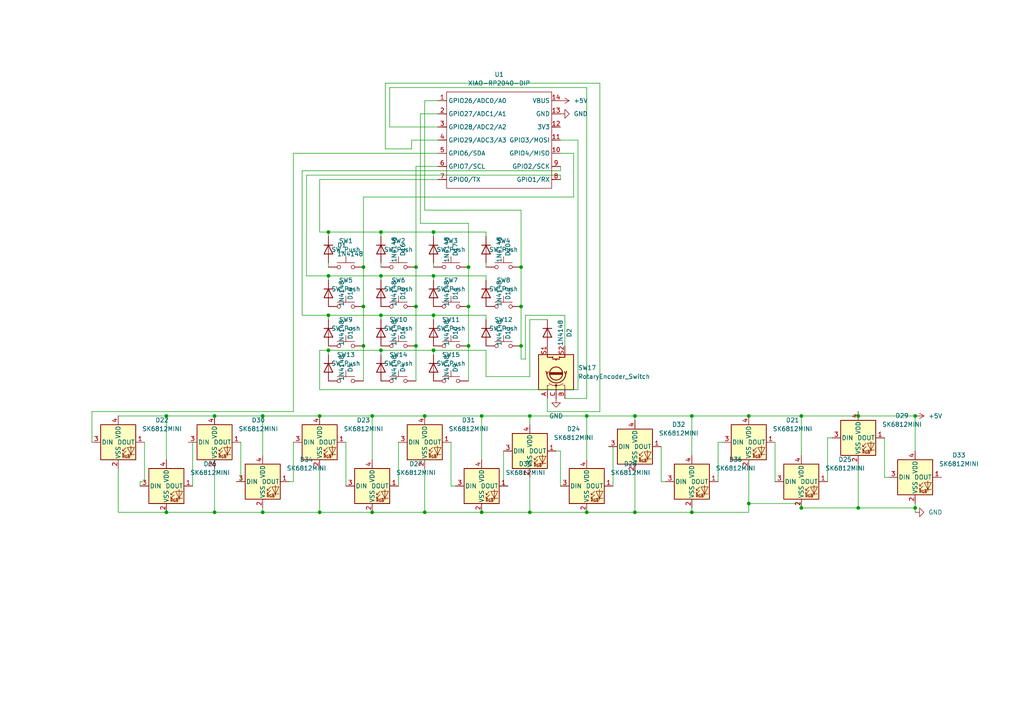
<source format=kicad_sch>
(kicad_sch
	(version 20250114)
	(generator "eeschema")
	(generator_version "9.0")
	(uuid "5df35dda-bbda-4d1d-b32d-91e067ece8af")
	(paper "A4")
	(lib_symbols
		(symbol "Device:RotaryEncoder_Switch"
			(pin_names
				(offset 0.254)
				(hide yes)
			)
			(exclude_from_sim no)
			(in_bom yes)
			(on_board yes)
			(property "Reference" "SW"
				(at 0 6.604 0)
				(effects
					(font
						(size 1.27 1.27)
					)
				)
			)
			(property "Value" "RotaryEncoder_Switch"
				(at 0 -6.604 0)
				(effects
					(font
						(size 1.27 1.27)
					)
				)
			)
			(property "Footprint" ""
				(at -3.81 4.064 0)
				(effects
					(font
						(size 1.27 1.27)
					)
					(hide yes)
				)
			)
			(property "Datasheet" "~"
				(at 0 6.604 0)
				(effects
					(font
						(size 1.27 1.27)
					)
					(hide yes)
				)
			)
			(property "Description" "Rotary encoder, dual channel, incremental quadrate outputs, with switch"
				(at 0 0 0)
				(effects
					(font
						(size 1.27 1.27)
					)
					(hide yes)
				)
			)
			(property "ki_keywords" "rotary switch encoder switch push button"
				(at 0 0 0)
				(effects
					(font
						(size 1.27 1.27)
					)
					(hide yes)
				)
			)
			(property "ki_fp_filters" "RotaryEncoder*Switch*"
				(at 0 0 0)
				(effects
					(font
						(size 1.27 1.27)
					)
					(hide yes)
				)
			)
			(symbol "RotaryEncoder_Switch_0_1"
				(rectangle
					(start -5.08 5.08)
					(end 5.08 -5.08)
					(stroke
						(width 0.254)
						(type default)
					)
					(fill
						(type background)
					)
				)
				(polyline
					(pts
						(xy -5.08 2.54) (xy -3.81 2.54) (xy -3.81 2.032)
					)
					(stroke
						(width 0)
						(type default)
					)
					(fill
						(type none)
					)
				)
				(polyline
					(pts
						(xy -5.08 0) (xy -3.81 0) (xy -3.81 -1.016) (xy -3.302 -2.032)
					)
					(stroke
						(width 0)
						(type default)
					)
					(fill
						(type none)
					)
				)
				(polyline
					(pts
						(xy -5.08 -2.54) (xy -3.81 -2.54) (xy -3.81 -2.032)
					)
					(stroke
						(width 0)
						(type default)
					)
					(fill
						(type none)
					)
				)
				(polyline
					(pts
						(xy -4.318 0) (xy -3.81 0) (xy -3.81 1.016) (xy -3.302 2.032)
					)
					(stroke
						(width 0)
						(type default)
					)
					(fill
						(type none)
					)
				)
				(circle
					(center -3.81 0)
					(radius 0.254)
					(stroke
						(width 0)
						(type default)
					)
					(fill
						(type outline)
					)
				)
				(polyline
					(pts
						(xy -0.635 -1.778) (xy -0.635 1.778)
					)
					(stroke
						(width 0.254)
						(type default)
					)
					(fill
						(type none)
					)
				)
				(circle
					(center -0.381 0)
					(radius 1.905)
					(stroke
						(width 0.254)
						(type default)
					)
					(fill
						(type none)
					)
				)
				(polyline
					(pts
						(xy -0.381 -1.778) (xy -0.381 1.778)
					)
					(stroke
						(width 0.254)
						(type default)
					)
					(fill
						(type none)
					)
				)
				(arc
					(start -0.381 -2.794)
					(mid -3.0988 -0.0635)
					(end -0.381 2.667)
					(stroke
						(width 0.254)
						(type default)
					)
					(fill
						(type none)
					)
				)
				(polyline
					(pts
						(xy -0.127 1.778) (xy -0.127 -1.778)
					)
					(stroke
						(width 0.254)
						(type default)
					)
					(fill
						(type none)
					)
				)
				(polyline
					(pts
						(xy 0.254 2.921) (xy -0.508 2.667) (xy 0.127 2.286)
					)
					(stroke
						(width 0.254)
						(type default)
					)
					(fill
						(type none)
					)
				)
				(polyline
					(pts
						(xy 0.254 -3.048) (xy -0.508 -2.794) (xy 0.127 -2.413)
					)
					(stroke
						(width 0.254)
						(type default)
					)
					(fill
						(type none)
					)
				)
				(polyline
					(pts
						(xy 3.81 1.016) (xy 3.81 -1.016)
					)
					(stroke
						(width 0.254)
						(type default)
					)
					(fill
						(type none)
					)
				)
				(polyline
					(pts
						(xy 3.81 0) (xy 3.429 0)
					)
					(stroke
						(width 0.254)
						(type default)
					)
					(fill
						(type none)
					)
				)
				(circle
					(center 4.318 1.016)
					(radius 0.127)
					(stroke
						(width 0.254)
						(type default)
					)
					(fill
						(type none)
					)
				)
				(circle
					(center 4.318 -1.016)
					(radius 0.127)
					(stroke
						(width 0.254)
						(type default)
					)
					(fill
						(type none)
					)
				)
				(polyline
					(pts
						(xy 5.08 2.54) (xy 4.318 2.54) (xy 4.318 1.016)
					)
					(stroke
						(width 0.254)
						(type default)
					)
					(fill
						(type none)
					)
				)
				(polyline
					(pts
						(xy 5.08 -2.54) (xy 4.318 -2.54) (xy 4.318 -1.016)
					)
					(stroke
						(width 0.254)
						(type default)
					)
					(fill
						(type none)
					)
				)
			)
			(symbol "RotaryEncoder_Switch_1_1"
				(pin passive line
					(at -7.62 2.54 0)
					(length 2.54)
					(name "A"
						(effects
							(font
								(size 1.27 1.27)
							)
						)
					)
					(number "A"
						(effects
							(font
								(size 1.27 1.27)
							)
						)
					)
				)
				(pin passive line
					(at -7.62 0 0)
					(length 2.54)
					(name "C"
						(effects
							(font
								(size 1.27 1.27)
							)
						)
					)
					(number "C"
						(effects
							(font
								(size 1.27 1.27)
							)
						)
					)
				)
				(pin passive line
					(at -7.62 -2.54 0)
					(length 2.54)
					(name "B"
						(effects
							(font
								(size 1.27 1.27)
							)
						)
					)
					(number "B"
						(effects
							(font
								(size 1.27 1.27)
							)
						)
					)
				)
				(pin passive line
					(at 7.62 2.54 180)
					(length 2.54)
					(name "S1"
						(effects
							(font
								(size 1.27 1.27)
							)
						)
					)
					(number "S1"
						(effects
							(font
								(size 1.27 1.27)
							)
						)
					)
				)
				(pin passive line
					(at 7.62 -2.54 180)
					(length 2.54)
					(name "S2"
						(effects
							(font
								(size 1.27 1.27)
							)
						)
					)
					(number "S2"
						(effects
							(font
								(size 1.27 1.27)
							)
						)
					)
				)
			)
			(embedded_fonts no)
		)
		(symbol "Diode:1N4148"
			(pin_numbers
				(hide yes)
			)
			(pin_names
				(hide yes)
			)
			(exclude_from_sim no)
			(in_bom yes)
			(on_board yes)
			(property "Reference" "D"
				(at 0 2.54 0)
				(effects
					(font
						(size 1.27 1.27)
					)
				)
			)
			(property "Value" "1N4148"
				(at 0 -2.54 0)
				(effects
					(font
						(size 1.27 1.27)
					)
				)
			)
			(property "Footprint" "Diode_THT:D_DO-35_SOD27_P7.62mm_Horizontal"
				(at 0 0 0)
				(effects
					(font
						(size 1.27 1.27)
					)
					(hide yes)
				)
			)
			(property "Datasheet" "https://assets.nexperia.com/documents/data-sheet/1N4148_1N4448.pdf"
				(at 0 0 0)
				(effects
					(font
						(size 1.27 1.27)
					)
					(hide yes)
				)
			)
			(property "Description" "100V 0.15A standard switching diode, DO-35"
				(at 0 0 0)
				(effects
					(font
						(size 1.27 1.27)
					)
					(hide yes)
				)
			)
			(property "Sim.Device" "D"
				(at 0 0 0)
				(effects
					(font
						(size 1.27 1.27)
					)
					(hide yes)
				)
			)
			(property "Sim.Pins" "1=K 2=A"
				(at 0 0 0)
				(effects
					(font
						(size 1.27 1.27)
					)
					(hide yes)
				)
			)
			(property "ki_keywords" "diode"
				(at 0 0 0)
				(effects
					(font
						(size 1.27 1.27)
					)
					(hide yes)
				)
			)
			(property "ki_fp_filters" "D*DO?35*"
				(at 0 0 0)
				(effects
					(font
						(size 1.27 1.27)
					)
					(hide yes)
				)
			)
			(symbol "1N4148_0_1"
				(polyline
					(pts
						(xy -1.27 1.27) (xy -1.27 -1.27)
					)
					(stroke
						(width 0.254)
						(type default)
					)
					(fill
						(type none)
					)
				)
				(polyline
					(pts
						(xy 1.27 1.27) (xy 1.27 -1.27) (xy -1.27 0) (xy 1.27 1.27)
					)
					(stroke
						(width 0.254)
						(type default)
					)
					(fill
						(type none)
					)
				)
				(polyline
					(pts
						(xy 1.27 0) (xy -1.27 0)
					)
					(stroke
						(width 0)
						(type default)
					)
					(fill
						(type none)
					)
				)
			)
			(symbol "1N4148_1_1"
				(pin passive line
					(at -3.81 0 0)
					(length 2.54)
					(name "K"
						(effects
							(font
								(size 1.27 1.27)
							)
						)
					)
					(number "1"
						(effects
							(font
								(size 1.27 1.27)
							)
						)
					)
				)
				(pin passive line
					(at 3.81 0 180)
					(length 2.54)
					(name "A"
						(effects
							(font
								(size 1.27 1.27)
							)
						)
					)
					(number "2"
						(effects
							(font
								(size 1.27 1.27)
							)
						)
					)
				)
			)
			(embedded_fonts no)
		)
		(symbol "LED:SK6812MINI"
			(pin_names
				(offset 0.254)
			)
			(exclude_from_sim no)
			(in_bom yes)
			(on_board yes)
			(property "Reference" "D"
				(at 5.08 5.715 0)
				(effects
					(font
						(size 1.27 1.27)
					)
					(justify right bottom)
				)
			)
			(property "Value" "SK6812MINI"
				(at 1.27 -5.715 0)
				(effects
					(font
						(size 1.27 1.27)
					)
					(justify left top)
				)
			)
			(property "Footprint" "LED_SMD:LED_SK6812MINI_PLCC4_3.5x3.5mm_P1.75mm"
				(at 1.27 -7.62 0)
				(effects
					(font
						(size 1.27 1.27)
					)
					(justify left top)
					(hide yes)
				)
			)
			(property "Datasheet" "https://cdn-shop.adafruit.com/product-files/2686/SK6812MINI_REV.01-1-2.pdf"
				(at 2.54 -9.525 0)
				(effects
					(font
						(size 1.27 1.27)
					)
					(justify left top)
					(hide yes)
				)
			)
			(property "Description" "RGB LED with integrated controller"
				(at 0 0 0)
				(effects
					(font
						(size 1.27 1.27)
					)
					(hide yes)
				)
			)
			(property "ki_keywords" "RGB LED NeoPixel Mini addressable"
				(at 0 0 0)
				(effects
					(font
						(size 1.27 1.27)
					)
					(hide yes)
				)
			)
			(property "ki_fp_filters" "LED*SK6812MINI*PLCC*3.5x3.5mm*P1.75mm*"
				(at 0 0 0)
				(effects
					(font
						(size 1.27 1.27)
					)
					(hide yes)
				)
			)
			(symbol "SK6812MINI_0_0"
				(text "RGB"
					(at 2.286 -4.191 0)
					(effects
						(font
							(size 0.762 0.762)
						)
					)
				)
			)
			(symbol "SK6812MINI_0_1"
				(polyline
					(pts
						(xy 1.27 -2.54) (xy 1.778 -2.54)
					)
					(stroke
						(width 0)
						(type default)
					)
					(fill
						(type none)
					)
				)
				(polyline
					(pts
						(xy 1.27 -3.556) (xy 1.778 -3.556)
					)
					(stroke
						(width 0)
						(type default)
					)
					(fill
						(type none)
					)
				)
				(polyline
					(pts
						(xy 2.286 -1.524) (xy 1.27 -2.54) (xy 1.27 -2.032)
					)
					(stroke
						(width 0)
						(type default)
					)
					(fill
						(type none)
					)
				)
				(polyline
					(pts
						(xy 2.286 -2.54) (xy 1.27 -3.556) (xy 1.27 -3.048)
					)
					(stroke
						(width 0)
						(type default)
					)
					(fill
						(type none)
					)
				)
				(polyline
					(pts
						(xy 3.683 -1.016) (xy 3.683 -3.556) (xy 3.683 -4.064)
					)
					(stroke
						(width 0)
						(type default)
					)
					(fill
						(type none)
					)
				)
				(polyline
					(pts
						(xy 4.699 -1.524) (xy 2.667 -1.524) (xy 3.683 -3.556) (xy 4.699 -1.524)
					)
					(stroke
						(width 0)
						(type default)
					)
					(fill
						(type none)
					)
				)
				(polyline
					(pts
						(xy 4.699 -3.556) (xy 2.667 -3.556)
					)
					(stroke
						(width 0)
						(type default)
					)
					(fill
						(type none)
					)
				)
				(rectangle
					(start 5.08 5.08)
					(end -5.08 -5.08)
					(stroke
						(width 0.254)
						(type default)
					)
					(fill
						(type background)
					)
				)
			)
			(symbol "SK6812MINI_1_1"
				(pin input line
					(at -7.62 0 0)
					(length 2.54)
					(name "DIN"
						(effects
							(font
								(size 1.27 1.27)
							)
						)
					)
					(number "3"
						(effects
							(font
								(size 1.27 1.27)
							)
						)
					)
				)
				(pin power_in line
					(at 0 7.62 270)
					(length 2.54)
					(name "VDD"
						(effects
							(font
								(size 1.27 1.27)
							)
						)
					)
					(number "4"
						(effects
							(font
								(size 1.27 1.27)
							)
						)
					)
				)
				(pin power_in line
					(at 0 -7.62 90)
					(length 2.54)
					(name "VSS"
						(effects
							(font
								(size 1.27 1.27)
							)
						)
					)
					(number "2"
						(effects
							(font
								(size 1.27 1.27)
							)
						)
					)
				)
				(pin output line
					(at 7.62 0 180)
					(length 2.54)
					(name "DOUT"
						(effects
							(font
								(size 1.27 1.27)
							)
						)
					)
					(number "1"
						(effects
							(font
								(size 1.27 1.27)
							)
						)
					)
				)
			)
			(embedded_fonts no)
		)
		(symbol "Seeed_Studio_XIAO_Series:XIAO-RP2040-DIP"
			(exclude_from_sim no)
			(in_bom yes)
			(on_board yes)
			(property "Reference" "U"
				(at 0 0 0)
				(effects
					(font
						(size 1.27 1.27)
					)
				)
			)
			(property "Value" "XIAO-RP2040-DIP"
				(at 5.334 -1.778 0)
				(effects
					(font
						(size 1.27 1.27)
					)
				)
			)
			(property "Footprint" "Module:MOUDLE14P-XIAO-DIP-SMD"
				(at 14.478 -32.258 0)
				(effects
					(font
						(size 1.27 1.27)
					)
					(hide yes)
				)
			)
			(property "Datasheet" ""
				(at 0 0 0)
				(effects
					(font
						(size 1.27 1.27)
					)
					(hide yes)
				)
			)
			(property "Description" ""
				(at 0 0 0)
				(effects
					(font
						(size 1.27 1.27)
					)
					(hide yes)
				)
			)
			(symbol "XIAO-RP2040-DIP_1_0"
				(polyline
					(pts
						(xy -1.27 -2.54) (xy 29.21 -2.54)
					)
					(stroke
						(width 0.1524)
						(type solid)
					)
					(fill
						(type none)
					)
				)
				(polyline
					(pts
						(xy -1.27 -5.08) (xy -2.54 -5.08)
					)
					(stroke
						(width 0.1524)
						(type solid)
					)
					(fill
						(type none)
					)
				)
				(polyline
					(pts
						(xy -1.27 -5.08) (xy -1.27 -2.54)
					)
					(stroke
						(width 0.1524)
						(type solid)
					)
					(fill
						(type none)
					)
				)
				(polyline
					(pts
						(xy -1.27 -8.89) (xy -2.54 -8.89)
					)
					(stroke
						(width 0.1524)
						(type solid)
					)
					(fill
						(type none)
					)
				)
				(polyline
					(pts
						(xy -1.27 -8.89) (xy -1.27 -5.08)
					)
					(stroke
						(width 0.1524)
						(type solid)
					)
					(fill
						(type none)
					)
				)
				(polyline
					(pts
						(xy -1.27 -12.7) (xy -2.54 -12.7)
					)
					(stroke
						(width 0.1524)
						(type solid)
					)
					(fill
						(type none)
					)
				)
				(polyline
					(pts
						(xy -1.27 -12.7) (xy -1.27 -8.89)
					)
					(stroke
						(width 0.1524)
						(type solid)
					)
					(fill
						(type none)
					)
				)
				(polyline
					(pts
						(xy -1.27 -16.51) (xy -2.54 -16.51)
					)
					(stroke
						(width 0.1524)
						(type solid)
					)
					(fill
						(type none)
					)
				)
				(polyline
					(pts
						(xy -1.27 -16.51) (xy -1.27 -12.7)
					)
					(stroke
						(width 0.1524)
						(type solid)
					)
					(fill
						(type none)
					)
				)
				(polyline
					(pts
						(xy -1.27 -20.32) (xy -2.54 -20.32)
					)
					(stroke
						(width 0.1524)
						(type solid)
					)
					(fill
						(type none)
					)
				)
				(polyline
					(pts
						(xy -1.27 -24.13) (xy -2.54 -24.13)
					)
					(stroke
						(width 0.1524)
						(type solid)
					)
					(fill
						(type none)
					)
				)
				(polyline
					(pts
						(xy -1.27 -27.94) (xy -2.54 -27.94)
					)
					(stroke
						(width 0.1524)
						(type solid)
					)
					(fill
						(type none)
					)
				)
				(polyline
					(pts
						(xy -1.27 -30.48) (xy -1.27 -16.51)
					)
					(stroke
						(width 0.1524)
						(type solid)
					)
					(fill
						(type none)
					)
				)
				(polyline
					(pts
						(xy 29.21 -2.54) (xy 29.21 -5.08)
					)
					(stroke
						(width 0.1524)
						(type solid)
					)
					(fill
						(type none)
					)
				)
				(polyline
					(pts
						(xy 29.21 -5.08) (xy 29.21 -8.89)
					)
					(stroke
						(width 0.1524)
						(type solid)
					)
					(fill
						(type none)
					)
				)
				(polyline
					(pts
						(xy 29.21 -8.89) (xy 29.21 -12.7)
					)
					(stroke
						(width 0.1524)
						(type solid)
					)
					(fill
						(type none)
					)
				)
				(polyline
					(pts
						(xy 29.21 -12.7) (xy 29.21 -30.48)
					)
					(stroke
						(width 0.1524)
						(type solid)
					)
					(fill
						(type none)
					)
				)
				(polyline
					(pts
						(xy 29.21 -30.48) (xy -1.27 -30.48)
					)
					(stroke
						(width 0.1524)
						(type solid)
					)
					(fill
						(type none)
					)
				)
				(polyline
					(pts
						(xy 30.48 -5.08) (xy 29.21 -5.08)
					)
					(stroke
						(width 0.1524)
						(type solid)
					)
					(fill
						(type none)
					)
				)
				(polyline
					(pts
						(xy 30.48 -8.89) (xy 29.21 -8.89)
					)
					(stroke
						(width 0.1524)
						(type solid)
					)
					(fill
						(type none)
					)
				)
				(polyline
					(pts
						(xy 30.48 -12.7) (xy 29.21 -12.7)
					)
					(stroke
						(width 0.1524)
						(type solid)
					)
					(fill
						(type none)
					)
				)
				(polyline
					(pts
						(xy 30.48 -16.51) (xy 29.21 -16.51)
					)
					(stroke
						(width 0.1524)
						(type solid)
					)
					(fill
						(type none)
					)
				)
				(polyline
					(pts
						(xy 30.48 -20.32) (xy 29.21 -20.32)
					)
					(stroke
						(width 0.1524)
						(type solid)
					)
					(fill
						(type none)
					)
				)
				(polyline
					(pts
						(xy 30.48 -24.13) (xy 29.21 -24.13)
					)
					(stroke
						(width 0.1524)
						(type solid)
					)
					(fill
						(type none)
					)
				)
				(polyline
					(pts
						(xy 30.48 -27.94) (xy 29.21 -27.94)
					)
					(stroke
						(width 0.1524)
						(type solid)
					)
					(fill
						(type none)
					)
				)
				(pin passive line
					(at -3.81 -5.08 0)
					(length 2.54)
					(name "GPIO26/ADC0/A0"
						(effects
							(font
								(size 1.27 1.27)
							)
						)
					)
					(number "1"
						(effects
							(font
								(size 1.27 1.27)
							)
						)
					)
				)
				(pin passive line
					(at -3.81 -8.89 0)
					(length 2.54)
					(name "GPIO27/ADC1/A1"
						(effects
							(font
								(size 1.27 1.27)
							)
						)
					)
					(number "2"
						(effects
							(font
								(size 1.27 1.27)
							)
						)
					)
				)
				(pin passive line
					(at -3.81 -12.7 0)
					(length 2.54)
					(name "GPIO28/ADC2/A2"
						(effects
							(font
								(size 1.27 1.27)
							)
						)
					)
					(number "3"
						(effects
							(font
								(size 1.27 1.27)
							)
						)
					)
				)
				(pin passive line
					(at -3.81 -16.51 0)
					(length 2.54)
					(name "GPIO29/ADC3/A3"
						(effects
							(font
								(size 1.27 1.27)
							)
						)
					)
					(number "4"
						(effects
							(font
								(size 1.27 1.27)
							)
						)
					)
				)
				(pin passive line
					(at -3.81 -20.32 0)
					(length 2.54)
					(name "GPIO6/SDA"
						(effects
							(font
								(size 1.27 1.27)
							)
						)
					)
					(number "5"
						(effects
							(font
								(size 1.27 1.27)
							)
						)
					)
				)
				(pin passive line
					(at -3.81 -24.13 0)
					(length 2.54)
					(name "GPIO7/SCL"
						(effects
							(font
								(size 1.27 1.27)
							)
						)
					)
					(number "6"
						(effects
							(font
								(size 1.27 1.27)
							)
						)
					)
				)
				(pin passive line
					(at -3.81 -27.94 0)
					(length 2.54)
					(name "GPIO0/TX"
						(effects
							(font
								(size 1.27 1.27)
							)
						)
					)
					(number "7"
						(effects
							(font
								(size 1.27 1.27)
							)
						)
					)
				)
				(pin passive line
					(at 31.75 -5.08 180)
					(length 2.54)
					(name "VBUS"
						(effects
							(font
								(size 1.27 1.27)
							)
						)
					)
					(number "14"
						(effects
							(font
								(size 1.27 1.27)
							)
						)
					)
				)
				(pin passive line
					(at 31.75 -8.89 180)
					(length 2.54)
					(name "GND"
						(effects
							(font
								(size 1.27 1.27)
							)
						)
					)
					(number "13"
						(effects
							(font
								(size 1.27 1.27)
							)
						)
					)
				)
				(pin passive line
					(at 31.75 -12.7 180)
					(length 2.54)
					(name "3V3"
						(effects
							(font
								(size 1.27 1.27)
							)
						)
					)
					(number "12"
						(effects
							(font
								(size 1.27 1.27)
							)
						)
					)
				)
				(pin passive line
					(at 31.75 -16.51 180)
					(length 2.54)
					(name "GPIO3/MOSI"
						(effects
							(font
								(size 1.27 1.27)
							)
						)
					)
					(number "11"
						(effects
							(font
								(size 1.27 1.27)
							)
						)
					)
				)
				(pin passive line
					(at 31.75 -20.32 180)
					(length 2.54)
					(name "GPIO4/MISO"
						(effects
							(font
								(size 1.27 1.27)
							)
						)
					)
					(number "10"
						(effects
							(font
								(size 1.27 1.27)
							)
						)
					)
				)
				(pin passive line
					(at 31.75 -24.13 180)
					(length 2.54)
					(name "GPIO2/SCK"
						(effects
							(font
								(size 1.27 1.27)
							)
						)
					)
					(number "9"
						(effects
							(font
								(size 1.27 1.27)
							)
						)
					)
				)
				(pin passive line
					(at 31.75 -27.94 180)
					(length 2.54)
					(name "GPIO1/RX"
						(effects
							(font
								(size 1.27 1.27)
							)
						)
					)
					(number "8"
						(effects
							(font
								(size 1.27 1.27)
							)
						)
					)
				)
			)
			(embedded_fonts no)
		)
		(symbol "Switch:SW_Push"
			(pin_numbers
				(hide yes)
			)
			(pin_names
				(offset 1.016)
				(hide yes)
			)
			(exclude_from_sim no)
			(in_bom yes)
			(on_board yes)
			(property "Reference" "SW"
				(at 1.27 2.54 0)
				(effects
					(font
						(size 1.27 1.27)
					)
					(justify left)
				)
			)
			(property "Value" "SW_Push"
				(at 0 -1.524 0)
				(effects
					(font
						(size 1.27 1.27)
					)
				)
			)
			(property "Footprint" ""
				(at 0 5.08 0)
				(effects
					(font
						(size 1.27 1.27)
					)
					(hide yes)
				)
			)
			(property "Datasheet" "~"
				(at 0 5.08 0)
				(effects
					(font
						(size 1.27 1.27)
					)
					(hide yes)
				)
			)
			(property "Description" "Push button switch, generic, two pins"
				(at 0 0 0)
				(effects
					(font
						(size 1.27 1.27)
					)
					(hide yes)
				)
			)
			(property "ki_keywords" "switch normally-open pushbutton push-button"
				(at 0 0 0)
				(effects
					(font
						(size 1.27 1.27)
					)
					(hide yes)
				)
			)
			(symbol "SW_Push_0_1"
				(circle
					(center -2.032 0)
					(radius 0.508)
					(stroke
						(width 0)
						(type default)
					)
					(fill
						(type none)
					)
				)
				(polyline
					(pts
						(xy 0 1.27) (xy 0 3.048)
					)
					(stroke
						(width 0)
						(type default)
					)
					(fill
						(type none)
					)
				)
				(circle
					(center 2.032 0)
					(radius 0.508)
					(stroke
						(width 0)
						(type default)
					)
					(fill
						(type none)
					)
				)
				(polyline
					(pts
						(xy 2.54 1.27) (xy -2.54 1.27)
					)
					(stroke
						(width 0)
						(type default)
					)
					(fill
						(type none)
					)
				)
				(pin passive line
					(at -5.08 0 0)
					(length 2.54)
					(name "1"
						(effects
							(font
								(size 1.27 1.27)
							)
						)
					)
					(number "1"
						(effects
							(font
								(size 1.27 1.27)
							)
						)
					)
				)
				(pin passive line
					(at 5.08 0 180)
					(length 2.54)
					(name "2"
						(effects
							(font
								(size 1.27 1.27)
							)
						)
					)
					(number "2"
						(effects
							(font
								(size 1.27 1.27)
							)
						)
					)
				)
			)
			(embedded_fonts no)
		)
		(symbol "power:+5V"
			(power)
			(pin_numbers
				(hide yes)
			)
			(pin_names
				(offset 0)
				(hide yes)
			)
			(exclude_from_sim no)
			(in_bom yes)
			(on_board yes)
			(property "Reference" "#PWR"
				(at 0 -3.81 0)
				(effects
					(font
						(size 1.27 1.27)
					)
					(hide yes)
				)
			)
			(property "Value" "+5V"
				(at 0 3.556 0)
				(effects
					(font
						(size 1.27 1.27)
					)
				)
			)
			(property "Footprint" ""
				(at 0 0 0)
				(effects
					(font
						(size 1.27 1.27)
					)
					(hide yes)
				)
			)
			(property "Datasheet" ""
				(at 0 0 0)
				(effects
					(font
						(size 1.27 1.27)
					)
					(hide yes)
				)
			)
			(property "Description" "Power symbol creates a global label with name \"+5V\""
				(at 0 0 0)
				(effects
					(font
						(size 1.27 1.27)
					)
					(hide yes)
				)
			)
			(property "ki_keywords" "global power"
				(at 0 0 0)
				(effects
					(font
						(size 1.27 1.27)
					)
					(hide yes)
				)
			)
			(symbol "+5V_0_1"
				(polyline
					(pts
						(xy -0.762 1.27) (xy 0 2.54)
					)
					(stroke
						(width 0)
						(type default)
					)
					(fill
						(type none)
					)
				)
				(polyline
					(pts
						(xy 0 2.54) (xy 0.762 1.27)
					)
					(stroke
						(width 0)
						(type default)
					)
					(fill
						(type none)
					)
				)
				(polyline
					(pts
						(xy 0 0) (xy 0 2.54)
					)
					(stroke
						(width 0)
						(type default)
					)
					(fill
						(type none)
					)
				)
			)
			(symbol "+5V_1_1"
				(pin power_in line
					(at 0 0 90)
					(length 0)
					(name "~"
						(effects
							(font
								(size 1.27 1.27)
							)
						)
					)
					(number "1"
						(effects
							(font
								(size 1.27 1.27)
							)
						)
					)
				)
			)
			(embedded_fonts no)
		)
		(symbol "power:GND"
			(power)
			(pin_numbers
				(hide yes)
			)
			(pin_names
				(offset 0)
				(hide yes)
			)
			(exclude_from_sim no)
			(in_bom yes)
			(on_board yes)
			(property "Reference" "#PWR"
				(at 0 -6.35 0)
				(effects
					(font
						(size 1.27 1.27)
					)
					(hide yes)
				)
			)
			(property "Value" "GND"
				(at 0 -3.81 0)
				(effects
					(font
						(size 1.27 1.27)
					)
				)
			)
			(property "Footprint" ""
				(at 0 0 0)
				(effects
					(font
						(size 1.27 1.27)
					)
					(hide yes)
				)
			)
			(property "Datasheet" ""
				(at 0 0 0)
				(effects
					(font
						(size 1.27 1.27)
					)
					(hide yes)
				)
			)
			(property "Description" "Power symbol creates a global label with name \"GND\" , ground"
				(at 0 0 0)
				(effects
					(font
						(size 1.27 1.27)
					)
					(hide yes)
				)
			)
			(property "ki_keywords" "global power"
				(at 0 0 0)
				(effects
					(font
						(size 1.27 1.27)
					)
					(hide yes)
				)
			)
			(symbol "GND_0_1"
				(polyline
					(pts
						(xy 0 0) (xy 0 -1.27) (xy 1.27 -1.27) (xy 0 -2.54) (xy -1.27 -1.27) (xy 0 -1.27)
					)
					(stroke
						(width 0)
						(type default)
					)
					(fill
						(type none)
					)
				)
			)
			(symbol "GND_1_1"
				(pin power_in line
					(at 0 0 270)
					(length 0)
					(name "~"
						(effects
							(font
								(size 1.27 1.27)
							)
						)
					)
					(number "1"
						(effects
							(font
								(size 1.27 1.27)
							)
						)
					)
				)
			)
			(embedded_fonts no)
		)
	)
	(junction
		(at 125.73 101.6)
		(diameter 0)
		(color 0 0 0 0)
		(uuid "031dfa26-2292-4a3a-9aa3-0048eefa2a23")
	)
	(junction
		(at 170.18 148.59)
		(diameter 0)
		(color 0 0 0 0)
		(uuid "07dac061-3e7a-4bf6-843f-19b95b90ba10")
	)
	(junction
		(at 151.13 88.9)
		(diameter 0)
		(color 0 0 0 0)
		(uuid "1150a420-0dcf-4933-b267-6ecfc21a5ca8")
	)
	(junction
		(at 107.95 148.59)
		(diameter 0)
		(color 0 0 0 0)
		(uuid "16de0d18-ffe0-4f55-baf7-5ba6742a57d3")
	)
	(junction
		(at 232.41 120.65)
		(diameter 0)
		(color 0 0 0 0)
		(uuid "1d22cfc1-6f55-4fda-93c4-7f0f8eaaac2c")
	)
	(junction
		(at 135.89 100.33)
		(diameter 0)
		(color 0 0 0 0)
		(uuid "1ef91b81-9adf-4ad0-a36f-18899834d01f")
	)
	(junction
		(at 139.7 148.59)
		(diameter 0)
		(color 0 0 0 0)
		(uuid "2d789c0b-0b70-4669-81da-baea4d228110")
	)
	(junction
		(at 200.66 148.59)
		(diameter 0)
		(color 0 0 0 0)
		(uuid "324c6e66-ebda-42cc-8e58-4ed53cc25cde")
	)
	(junction
		(at 110.49 101.6)
		(diameter 0)
		(color 0 0 0 0)
		(uuid "36bf9968-a4a9-4bf9-8d1f-ec7b03193107")
	)
	(junction
		(at 151.13 100.33)
		(diameter 0)
		(color 0 0 0 0)
		(uuid "3cdb4d33-662a-4982-bbfa-99639587198c")
	)
	(junction
		(at 125.73 67.31)
		(diameter 0)
		(color 0 0 0 0)
		(uuid "40526f00-4893-4529-b952-802422814c48")
	)
	(junction
		(at 139.7 120.65)
		(diameter 0)
		(color 0 0 0 0)
		(uuid "4a3e3ade-fb66-496f-bd96-401e720128f1")
	)
	(junction
		(at 123.19 148.59)
		(diameter 0)
		(color 0 0 0 0)
		(uuid "511874a8-c4d0-41d0-b42d-99ce7117bd95")
	)
	(junction
		(at 153.67 148.59)
		(diameter 0)
		(color 0 0 0 0)
		(uuid "530d727b-707d-4e11-970c-0e0ec40c7721")
	)
	(junction
		(at 120.65 100.33)
		(diameter 0)
		(color 0 0 0 0)
		(uuid "55c23417-7cc3-4b32-9eb0-014f7b95d366")
	)
	(junction
		(at 107.95 120.65)
		(diameter 0)
		(color 0 0 0 0)
		(uuid "56b34d97-426a-440b-9f4e-e2e6f7cdb0b5")
	)
	(junction
		(at 153.67 120.65)
		(diameter 0)
		(color 0 0 0 0)
		(uuid "61d86ec5-14d0-451d-a6dd-bd2e4cefce8d")
	)
	(junction
		(at 95.25 91.44)
		(diameter 0)
		(color 0 0 0 0)
		(uuid "64d990ab-7186-4ebf-b4fb-6b8f17286fb6")
	)
	(junction
		(at 200.66 120.65)
		(diameter 0)
		(color 0 0 0 0)
		(uuid "724501eb-a6e6-4a0d-8198-bec449b67dfd")
	)
	(junction
		(at 232.41 147.32)
		(diameter 0)
		(color 0 0 0 0)
		(uuid "799ccedd-283a-41b7-9355-1e7a3b0ad025")
	)
	(junction
		(at 248.92 120.65)
		(diameter 0)
		(color 0 0 0 0)
		(uuid "93ab31a1-ac3a-4c01-97e0-1b85fb290506")
	)
	(junction
		(at 217.17 120.65)
		(diameter 0)
		(color 0 0 0 0)
		(uuid "9425aa3e-0e0d-4b6d-8ce1-44a28c9679ac")
	)
	(junction
		(at 76.2 120.65)
		(diameter 0)
		(color 0 0 0 0)
		(uuid "961e7284-9d43-44f8-afbc-05e25facd8b6")
	)
	(junction
		(at 48.26 120.65)
		(diameter 0)
		(color 0 0 0 0)
		(uuid "9bd7962d-a781-4719-9889-fcc3c2e30e3b")
	)
	(junction
		(at 92.71 120.65)
		(diameter 0)
		(color 0 0 0 0)
		(uuid "9c12df3e-0b06-4ee7-9354-af5e45091293")
	)
	(junction
		(at 92.71 148.59)
		(diameter 0)
		(color 0 0 0 0)
		(uuid "9cb702bf-54ac-4703-94d2-dfc02d783317")
	)
	(junction
		(at 62.23 120.65)
		(diameter 0)
		(color 0 0 0 0)
		(uuid "a0542bc9-71de-4398-8cfa-db4ed3b8bc52")
	)
	(junction
		(at 248.92 147.32)
		(diameter 0)
		(color 0 0 0 0)
		(uuid "a8e139e4-992b-4daf-9ab9-7eff0d16ccce")
	)
	(junction
		(at 76.2 148.59)
		(diameter 0)
		(color 0 0 0 0)
		(uuid "ac936196-8d64-4425-a57a-0408bce0291f")
	)
	(junction
		(at 48.26 148.59)
		(diameter 0)
		(color 0 0 0 0)
		(uuid "b4de6629-9568-4300-86c9-1823f9a5b37a")
	)
	(junction
		(at 125.73 80.01)
		(diameter 0)
		(color 0 0 0 0)
		(uuid "b53eb76b-2394-47e7-8688-3499a09b2d91")
	)
	(junction
		(at 105.41 77.47)
		(diameter 0)
		(color 0 0 0 0)
		(uuid "b8e3f5dd-87e0-481c-9e6d-4ed0f30afd52")
	)
	(junction
		(at 184.15 148.59)
		(diameter 0)
		(color 0 0 0 0)
		(uuid "ba26491f-3b0d-4321-ba50-88f9f8ae8663")
	)
	(junction
		(at 123.19 120.65)
		(diameter 0)
		(color 0 0 0 0)
		(uuid "ba5c2eb5-bac1-4ac4-be01-4f7c2182122d")
	)
	(junction
		(at 217.17 146.05)
		(diameter 0)
		(color 0 0 0 0)
		(uuid "bb72505c-31d8-47aa-b045-8ce57c001583")
	)
	(junction
		(at 110.49 80.01)
		(diameter 0)
		(color 0 0 0 0)
		(uuid "bc4af223-c313-40c8-84c4-02ed8be96fa3")
	)
	(junction
		(at 62.23 148.59)
		(diameter 0)
		(color 0 0 0 0)
		(uuid "bf7a8617-98f1-490b-be8a-6e44d3fdae8c")
	)
	(junction
		(at 105.41 88.9)
		(diameter 0)
		(color 0 0 0 0)
		(uuid "c03939b4-7fce-42b7-9e11-f5490f118a1d")
	)
	(junction
		(at 120.65 88.9)
		(diameter 0)
		(color 0 0 0 0)
		(uuid "c14c4e9d-8aa1-40da-92d4-9f9111c76bcb")
	)
	(junction
		(at 184.15 120.65)
		(diameter 0)
		(color 0 0 0 0)
		(uuid "c2f40a4f-06e7-42ad-b217-f7be35fabd02")
	)
	(junction
		(at 135.89 88.9)
		(diameter 0)
		(color 0 0 0 0)
		(uuid "c940f910-a14a-4e06-a5b6-1b458795bf60")
	)
	(junction
		(at 265.43 147.32)
		(diameter 0)
		(color 0 0 0 0)
		(uuid "caf3b553-b6c0-4364-8a15-a5943791e958")
	)
	(junction
		(at 110.49 91.44)
		(diameter 0)
		(color 0 0 0 0)
		(uuid "ccf9681d-3e34-4718-9f82-ac1ec1d3e24f")
	)
	(junction
		(at 110.49 67.31)
		(diameter 0)
		(color 0 0 0 0)
		(uuid "cf96514b-97d1-449b-ac70-4b6ca0826e81")
	)
	(junction
		(at 125.73 91.44)
		(diameter 0)
		(color 0 0 0 0)
		(uuid "d0496b30-1e8a-4447-a7d3-a420ce989ae0")
	)
	(junction
		(at 120.65 77.47)
		(diameter 0)
		(color 0 0 0 0)
		(uuid "d1cbf653-6a13-4a55-a81a-3f62ff1a3acf")
	)
	(junction
		(at 151.13 77.47)
		(diameter 0)
		(color 0 0 0 0)
		(uuid "d2532209-ecac-4873-b6e2-84d9e096bec3")
	)
	(junction
		(at 95.25 67.31)
		(diameter 0)
		(color 0 0 0 0)
		(uuid "d9697a35-f73e-4d2c-b093-bd758066daa9")
	)
	(junction
		(at 265.43 120.65)
		(diameter 0)
		(color 0 0 0 0)
		(uuid "e01442aa-1ed1-4a06-97d6-61798390ae48")
	)
	(junction
		(at 105.41 100.33)
		(diameter 0)
		(color 0 0 0 0)
		(uuid "ebfa08af-4026-4c0d-877a-8212bd260f5a")
	)
	(junction
		(at 170.18 120.65)
		(diameter 0)
		(color 0 0 0 0)
		(uuid "ef2744dd-770a-4c20-b210-50a481bd2757")
	)
	(junction
		(at 95.25 80.01)
		(diameter 0)
		(color 0 0 0 0)
		(uuid "efc061f5-bad9-4618-a46a-3d6112330e7e")
	)
	(junction
		(at 135.89 77.47)
		(diameter 0)
		(color 0 0 0 0)
		(uuid "f11c120d-e2ca-48ca-9ee0-b7c8abcdefbf")
	)
	(junction
		(at 95.25 101.6)
		(diameter 0)
		(color 0 0 0 0)
		(uuid "f6ca716f-0bda-4359-80f1-1cd27221aee8")
	)
	(wire
		(pts
			(xy 121.92 64.77) (xy 135.89 64.77)
		)
		(stroke
			(width 0)
			(type default)
		)
		(uuid "007fef51-0364-476e-85f4-79c2bd7e28f3")
	)
	(wire
		(pts
			(xy 184.15 137.16) (xy 184.15 148.59)
		)
		(stroke
			(width 0)
			(type default)
		)
		(uuid "024cd90b-1267-4d4d-977d-c3fc3c93aea3")
	)
	(wire
		(pts
			(xy 170.18 148.59) (xy 184.15 148.59)
		)
		(stroke
			(width 0)
			(type default)
		)
		(uuid "02ec7a5b-fc7c-47a3-9cd6-c72448a1dbf4")
	)
	(wire
		(pts
			(xy 88.9 80.01) (xy 88.9 50.8)
		)
		(stroke
			(width 0)
			(type default)
		)
		(uuid "04873c53-d9d4-4120-887e-2ffbf8f44c91")
	)
	(wire
		(pts
			(xy 95.25 67.31) (xy 110.49 67.31)
		)
		(stroke
			(width 0)
			(type default)
		)
		(uuid "05d06ad2-35dd-4bfc-a0b6-118da15be117")
	)
	(wire
		(pts
			(xy 119.38 43.18) (xy 119.38 40.64)
		)
		(stroke
			(width 0)
			(type default)
		)
		(uuid "06f55cf9-7042-4a54-8f32-6230d1740144")
	)
	(wire
		(pts
			(xy 139.7 120.65) (xy 153.67 120.65)
		)
		(stroke
			(width 0)
			(type default)
		)
		(uuid "0af2acad-d0b9-4777-8fc2-20edfd4975da")
	)
	(wire
		(pts
			(xy 110.49 80.01) (xy 125.73 80.01)
		)
		(stroke
			(width 0)
			(type default)
		)
		(uuid "0b048375-a961-4172-aa15-5f11b03a958a")
	)
	(wire
		(pts
			(xy 140.97 109.22) (xy 140.97 101.6)
		)
		(stroke
			(width 0)
			(type default)
		)
		(uuid "0c960acf-650a-4e22-8bd9-afdc6cdb2b40")
	)
	(wire
		(pts
			(xy 88.9 80.01) (xy 95.25 80.01)
		)
		(stroke
			(width 0)
			(type default)
		)
		(uuid "0d705920-c4a2-451c-a549-e696e20822dc")
	)
	(wire
		(pts
			(xy 140.97 77.47) (xy 140.97 76.2)
		)
		(stroke
			(width 0)
			(type default)
		)
		(uuid "10a4f8ee-0321-4597-b382-a5bd2cdc3993")
	)
	(wire
		(pts
			(xy 123.19 120.65) (xy 139.7 120.65)
		)
		(stroke
			(width 0)
			(type default)
		)
		(uuid "1198405d-2eb5-448d-b7e0-86d5401420b9")
	)
	(wire
		(pts
			(xy 125.73 91.44) (xy 140.97 91.44)
		)
		(stroke
			(width 0)
			(type default)
		)
		(uuid "11f0c192-52dd-41a6-85c7-d583909bb9d9")
	)
	(wire
		(pts
			(xy 123.19 148.59) (xy 139.7 148.59)
		)
		(stroke
			(width 0)
			(type default)
		)
		(uuid "14e1fb11-e501-460c-9a34-1034dd07e066")
	)
	(wire
		(pts
			(xy 110.49 101.6) (xy 110.49 102.87)
		)
		(stroke
			(width 0)
			(type default)
		)
		(uuid "158d79ab-ad94-414e-85ce-645dd258513c")
	)
	(wire
		(pts
			(xy 125.73 80.01) (xy 125.73 81.28)
		)
		(stroke
			(width 0)
			(type default)
		)
		(uuid "173713d3-422f-4e36-9b75-2f71ba614190")
	)
	(wire
		(pts
			(xy 87.63 91.44) (xy 87.63 49.53)
		)
		(stroke
			(width 0)
			(type default)
		)
		(uuid "18aebcc2-cf9e-4bcd-90a1-cc6750be3157")
	)
	(wire
		(pts
			(xy 92.71 101.6) (xy 92.71 113.03)
		)
		(stroke
			(width 0)
			(type default)
		)
		(uuid "18f840a0-5f03-49db-8d72-9aa28ccd8b66")
	)
	(wire
		(pts
			(xy 232.41 147.32) (xy 248.92 147.32)
		)
		(stroke
			(width 0)
			(type default)
		)
		(uuid "19b261d5-beff-40b4-a742-2d3ad03b40a9")
	)
	(wire
		(pts
			(xy 40.64 139.7) (xy 40.64 140.97)
		)
		(stroke
			(width 0)
			(type default)
		)
		(uuid "1c41164b-3dcc-4990-8814-5126c7483b8b")
	)
	(wire
		(pts
			(xy 217.17 146.05) (xy 232.41 146.05)
		)
		(stroke
			(width 0)
			(type default)
		)
		(uuid "1fc73ea3-4f73-4faa-a6e8-407f68817987")
	)
	(wire
		(pts
			(xy 162.56 44.45) (xy 166.37 44.45)
		)
		(stroke
			(width 0)
			(type default)
		)
		(uuid "2095a7ed-1b39-46e5-bf97-1a62aab9f385")
	)
	(wire
		(pts
			(xy 120.65 100.33) (xy 120.65 110.49)
		)
		(stroke
			(width 0)
			(type default)
		)
		(uuid "20b4b0e8-2f22-4a9f-85f6-76e43622a631")
	)
	(wire
		(pts
			(xy 248.92 120.65) (xy 248.92 119.38)
		)
		(stroke
			(width 0)
			(type default)
		)
		(uuid "22808386-e7aa-4d3a-b8ee-9ed14c87c3da")
	)
	(wire
		(pts
			(xy 240.03 127) (xy 241.3 127)
		)
		(stroke
			(width 0)
			(type default)
		)
		(uuid "269ac881-e282-4113-a06e-a8705ab80336")
	)
	(wire
		(pts
			(xy 265.43 148.59) (xy 265.43 147.32)
		)
		(stroke
			(width 0)
			(type default)
		)
		(uuid "27306747-fce8-437c-82e7-2361f6899495")
	)
	(wire
		(pts
			(xy 200.66 120.65) (xy 200.66 132.08)
		)
		(stroke
			(width 0)
			(type default)
		)
		(uuid "276db486-d6c1-4e8d-b30f-f46a1604666e")
	)
	(wire
		(pts
			(xy 256.54 138.43) (xy 257.81 138.43)
		)
		(stroke
			(width 0)
			(type default)
		)
		(uuid "292e0b25-ae9d-4839-a608-75e7682bd747")
	)
	(wire
		(pts
			(xy 135.89 77.47) (xy 135.89 88.9)
		)
		(stroke
			(width 0)
			(type default)
		)
		(uuid "2b67c3ab-e7be-411f-b66f-222406016476")
	)
	(wire
		(pts
			(xy 87.63 49.53) (xy 162.56 49.53)
		)
		(stroke
			(width 0)
			(type default)
		)
		(uuid "2ed1f613-cd2e-4c75-b109-4396c9e705be")
	)
	(wire
		(pts
			(xy 85.09 119.38) (xy 85.09 44.45)
		)
		(stroke
			(width 0)
			(type default)
		)
		(uuid "2fca1f67-a4ad-4487-bce6-d432ed7b61a2")
	)
	(wire
		(pts
			(xy 130.81 140.97) (xy 132.08 140.97)
		)
		(stroke
			(width 0)
			(type default)
		)
		(uuid "310331b9-b749-452f-8af9-b102e20ff7ba")
	)
	(wire
		(pts
			(xy 95.25 80.01) (xy 110.49 80.01)
		)
		(stroke
			(width 0)
			(type default)
		)
		(uuid "3560f610-5ee3-412f-bd8d-2ca532731dda")
	)
	(wire
		(pts
			(xy 125.73 76.2) (xy 125.73 77.47)
		)
		(stroke
			(width 0)
			(type default)
		)
		(uuid "35fa19b8-7b35-4f5f-9504-0477781321ec")
	)
	(wire
		(pts
			(xy 163.83 100.33) (xy 163.83 91.44)
		)
		(stroke
			(width 0)
			(type default)
		)
		(uuid "36039333-1df8-4afa-b8ed-51dab7f549cc")
	)
	(wire
		(pts
			(xy 110.49 101.6) (xy 125.73 101.6)
		)
		(stroke
			(width 0)
			(type default)
		)
		(uuid "39d7b898-6eb6-463e-865b-c6d3ca4de006")
	)
	(wire
		(pts
			(xy 163.83 115.57) (xy 170.18 115.57)
		)
		(stroke
			(width 0)
			(type default)
		)
		(uuid "3b8a4505-2de4-4055-bb21-2ed2eaed6c8d")
	)
	(wire
		(pts
			(xy 248.92 120.65) (xy 265.43 120.65)
		)
		(stroke
			(width 0)
			(type default)
		)
		(uuid "3e1544bd-a54b-4ef7-b39b-a7a3fb2c38f6")
	)
	(wire
		(pts
			(xy 113.03 36.83) (xy 127 36.83)
		)
		(stroke
			(width 0)
			(type default)
		)
		(uuid "420f4dfe-92b7-400e-b964-6bd5e27566de")
	)
	(wire
		(pts
			(xy 34.29 120.65) (xy 48.26 120.65)
		)
		(stroke
			(width 0)
			(type default)
		)
		(uuid "42af5df1-318f-49ad-9217-f3d63f19bd07")
	)
	(wire
		(pts
			(xy 146.05 130.81) (xy 146.05 140.97)
		)
		(stroke
			(width 0)
			(type default)
		)
		(uuid "438bd675-8427-44f8-82c3-a8e98cfdd860")
	)
	(wire
		(pts
			(xy 92.71 52.07) (xy 127 52.07)
		)
		(stroke
			(width 0)
			(type default)
		)
		(uuid "450423ec-01c1-49ab-8b93-e1ff2ed288c4")
	)
	(wire
		(pts
			(xy 121.92 64.77) (xy 121.92 33.02)
		)
		(stroke
			(width 0)
			(type default)
		)
		(uuid "454d147f-a681-474a-9986-d3934d48d053")
	)
	(wire
		(pts
			(xy 92.71 101.6) (xy 95.25 101.6)
		)
		(stroke
			(width 0)
			(type default)
		)
		(uuid "458030c3-292f-44e2-9278-ea5fc64d830d")
	)
	(wire
		(pts
			(xy 153.67 148.59) (xy 170.18 148.59)
		)
		(stroke
			(width 0)
			(type default)
		)
		(uuid "47553524-8d9c-4585-9cef-2c662d7dbbe3")
	)
	(wire
		(pts
			(xy 151.13 77.47) (xy 151.13 88.9)
		)
		(stroke
			(width 0)
			(type default)
		)
		(uuid "4a9639e5-cfcb-4b23-b5aa-b665ca7c992a")
	)
	(wire
		(pts
			(xy 55.88 140.97) (xy 55.88 128.27)
		)
		(stroke
			(width 0)
			(type default)
		)
		(uuid "4af9903d-83c3-4ab4-9094-b2996140563d")
	)
	(wire
		(pts
			(xy 153.67 138.43) (xy 153.67 148.59)
		)
		(stroke
			(width 0)
			(type default)
		)
		(uuid "4ee6234e-849f-420c-87c7-6bfd93c8a0e1")
	)
	(wire
		(pts
			(xy 111.76 43.18) (xy 119.38 43.18)
		)
		(stroke
			(width 0)
			(type default)
		)
		(uuid "4f8eb256-4844-41c2-803c-02e7642661f4")
	)
	(wire
		(pts
			(xy 62.23 120.65) (xy 76.2 120.65)
		)
		(stroke
			(width 0)
			(type default)
		)
		(uuid "4f9a1566-1722-4021-a71e-113f4277a6e9")
	)
	(wire
		(pts
			(xy 95.25 67.31) (xy 95.25 68.58)
		)
		(stroke
			(width 0)
			(type default)
		)
		(uuid "504a2ca0-46a2-4474-a32c-8d7b39ebd913")
	)
	(wire
		(pts
			(xy 105.41 88.9) (xy 105.41 100.33)
		)
		(stroke
			(width 0)
			(type default)
		)
		(uuid "50bf126e-1da1-4d6c-b1cf-bf5217f3c93c")
	)
	(wire
		(pts
			(xy 95.25 76.2) (xy 95.25 77.47)
		)
		(stroke
			(width 0)
			(type default)
		)
		(uuid "50ef7964-33db-4eca-a4ba-a68bcb59e953")
	)
	(wire
		(pts
			(xy 170.18 25.4) (xy 113.03 25.4)
		)
		(stroke
			(width 0)
			(type default)
		)
		(uuid "513f5bbb-df8e-42be-8946-f0179382d45d")
	)
	(wire
		(pts
			(xy 265.43 120.65) (xy 265.43 130.81)
		)
		(stroke
			(width 0)
			(type default)
		)
		(uuid "514ccd1e-4124-4c2e-913d-bcbe85e06458")
	)
	(wire
		(pts
			(xy 200.66 148.59) (xy 200.66 147.32)
		)
		(stroke
			(width 0)
			(type default)
		)
		(uuid "524bae20-7646-4f8a-80ce-c08a0f2a4337")
	)
	(wire
		(pts
			(xy 107.95 120.65) (xy 107.95 133.35)
		)
		(stroke
			(width 0)
			(type default)
		)
		(uuid "52f8dcff-181e-4db6-b709-0c1946ffa5b4")
	)
	(wire
		(pts
			(xy 170.18 120.65) (xy 184.15 120.65)
		)
		(stroke
			(width 0)
			(type default)
		)
		(uuid "534f29bd-76ea-41a0-949b-882b98e6b055")
	)
	(wire
		(pts
			(xy 119.38 40.64) (xy 127 40.64)
		)
		(stroke
			(width 0)
			(type default)
		)
		(uuid "5460cfce-8b17-4326-869f-4d9fea58444a")
	)
	(wire
		(pts
			(xy 177.8 129.54) (xy 176.53 129.54)
		)
		(stroke
			(width 0)
			(type default)
		)
		(uuid "551c0ad8-3d99-407f-aa27-085576b323be")
	)
	(wire
		(pts
			(xy 240.03 139.7) (xy 240.03 127)
		)
		(stroke
			(width 0)
			(type default)
		)
		(uuid "55be0d5c-d6c5-4407-b1dc-03bda0728850")
	)
	(wire
		(pts
			(xy 125.73 101.6) (xy 125.73 102.87)
		)
		(stroke
			(width 0)
			(type default)
		)
		(uuid "5708ed77-ec54-46d2-b56e-7bc5d341d2ee")
	)
	(wire
		(pts
			(xy 217.17 135.89) (xy 217.17 146.05)
		)
		(stroke
			(width 0)
			(type default)
		)
		(uuid "571e156e-5097-4a4f-b392-c59a7ba603e6")
	)
	(wire
		(pts
			(xy 113.03 25.4) (xy 113.03 36.83)
		)
		(stroke
			(width 0)
			(type default)
		)
		(uuid "586a55bb-8cc4-48ac-8091-93df65996105")
	)
	(wire
		(pts
			(xy 140.97 68.58) (xy 140.97 67.31)
		)
		(stroke
			(width 0)
			(type default)
		)
		(uuid "58ebf0bc-7713-4ae4-8283-086b29bd1706")
	)
	(wire
		(pts
			(xy 115.57 128.27) (xy 115.57 140.97)
		)
		(stroke
			(width 0)
			(type default)
		)
		(uuid "5aa87b5c-e4ee-4339-8ee0-556d09d66ab9")
	)
	(wire
		(pts
			(xy 232.41 120.65) (xy 232.41 132.08)
		)
		(stroke
			(width 0)
			(type default)
		)
		(uuid "5b7eaba1-cd5d-43b9-a04a-c62ed5bdc51f")
	)
	(wire
		(pts
			(xy 248.92 134.62) (xy 248.92 147.32)
		)
		(stroke
			(width 0)
			(type default)
		)
		(uuid "5c5012a0-dafd-4b0a-9bba-8a304889ad39")
	)
	(wire
		(pts
			(xy 130.81 128.27) (xy 130.81 140.97)
		)
		(stroke
			(width 0)
			(type default)
		)
		(uuid "5c9c251d-02a0-4139-8939-95a10fde32a1")
	)
	(wire
		(pts
			(xy 191.77 139.7) (xy 193.04 139.7)
		)
		(stroke
			(width 0)
			(type default)
		)
		(uuid "5d1b229f-585c-4be0-bfae-28db15e90cc2")
	)
	(wire
		(pts
			(xy 217.17 120.65) (xy 232.41 120.65)
		)
		(stroke
			(width 0)
			(type default)
		)
		(uuid "5e7960d7-e252-49ba-a378-e28fbcfd797e")
	)
	(wire
		(pts
			(xy 200.66 120.65) (xy 217.17 120.65)
		)
		(stroke
			(width 0)
			(type default)
		)
		(uuid "63b4cd36-1db2-458b-ba32-40c4eeb813b2")
	)
	(wire
		(pts
			(xy 107.95 120.65) (xy 123.19 120.65)
		)
		(stroke
			(width 0)
			(type default)
		)
		(uuid "66ad3c47-0aa0-44fa-b058-00fd5ba05451")
	)
	(wire
		(pts
			(xy 153.67 109.22) (xy 140.97 109.22)
		)
		(stroke
			(width 0)
			(type default)
		)
		(uuid "66b8cdd7-e50b-439d-a1d8-aa553a61d516")
	)
	(wire
		(pts
			(xy 135.89 88.9) (xy 135.89 100.33)
		)
		(stroke
			(width 0)
			(type default)
		)
		(uuid "690926cd-6b15-48cc-aa01-b8bca065445c")
	)
	(wire
		(pts
			(xy 232.41 146.05) (xy 232.41 147.32)
		)
		(stroke
			(width 0)
			(type default)
		)
		(uuid "6d03a62e-1f4d-4118-8247-3d598c7130a0")
	)
	(wire
		(pts
			(xy 85.09 139.7) (xy 83.82 139.7)
		)
		(stroke
			(width 0)
			(type default)
		)
		(uuid "6ddf1cf8-9935-4541-89c9-cd94f2c0881e")
	)
	(wire
		(pts
			(xy 55.88 128.27) (xy 54.61 128.27)
		)
		(stroke
			(width 0)
			(type default)
		)
		(uuid "6e868e13-98ae-4ca1-9f7b-89c82636093b")
	)
	(wire
		(pts
			(xy 41.91 128.27) (xy 41.91 139.7)
		)
		(stroke
			(width 0)
			(type default)
		)
		(uuid "6f747983-f4e2-4b0c-9b9a-b0459a591b14")
	)
	(wire
		(pts
			(xy 105.41 77.47) (xy 105.41 88.9)
		)
		(stroke
			(width 0)
			(type default)
		)
		(uuid "73daf76d-bcf4-4606-ab06-52e41c37eaab")
	)
	(wire
		(pts
			(xy 208.28 139.7) (xy 208.28 128.27)
		)
		(stroke
			(width 0)
			(type default)
		)
		(uuid "73ed6ea3-e32a-4d45-b635-f3cbe24566e6")
	)
	(wire
		(pts
			(xy 151.13 60.96) (xy 151.13 77.47)
		)
		(stroke
			(width 0)
			(type default)
		)
		(uuid "75361e34-a5b2-472e-a489-394376b6f0f6")
	)
	(wire
		(pts
			(xy 26.67 119.38) (xy 85.09 119.38)
		)
		(stroke
			(width 0)
			(type default)
		)
		(uuid "7675499e-995e-4b86-8a8a-55fad4ef11f4")
	)
	(wire
		(pts
			(xy 139.7 148.59) (xy 153.67 148.59)
		)
		(stroke
			(width 0)
			(type default)
		)
		(uuid "7728510d-1925-49a1-a460-96f69359fd5b")
	)
	(wire
		(pts
			(xy 69.85 139.7) (xy 68.58 139.7)
		)
		(stroke
			(width 0)
			(type default)
		)
		(uuid "79f5fc34-cb7d-44b9-a8ac-987b6a831d7f")
	)
	(wire
		(pts
			(xy 107.95 148.59) (xy 123.19 148.59)
		)
		(stroke
			(width 0)
			(type default)
		)
		(uuid "7beb094a-f447-4426-8df0-935da72a72e2")
	)
	(wire
		(pts
			(xy 173.99 24.13) (xy 111.76 24.13)
		)
		(stroke
			(width 0)
			(type default)
		)
		(uuid "7d7cb3c3-07d1-46b0-bfbd-3630f925aa83")
	)
	(wire
		(pts
			(xy 184.15 148.59) (xy 200.66 148.59)
		)
		(stroke
			(width 0)
			(type default)
		)
		(uuid "7ebaa869-125c-48f4-9bae-dd3969ffb8d5")
	)
	(wire
		(pts
			(xy 153.67 92.71) (xy 153.67 109.22)
		)
		(stroke
			(width 0)
			(type default)
		)
		(uuid "863903a8-67d1-46fc-8226-94bcf3b62479")
	)
	(wire
		(pts
			(xy 34.29 148.59) (xy 48.26 148.59)
		)
		(stroke
			(width 0)
			(type default)
		)
		(uuid "879757bf-37e4-4f4d-a8db-8c7a9ff82cb5")
	)
	(wire
		(pts
			(xy 95.25 91.44) (xy 110.49 91.44)
		)
		(stroke
			(width 0)
			(type default)
		)
		(uuid "87a89f44-d3f5-4aff-9a47-b39a2076523f")
	)
	(wire
		(pts
			(xy 92.71 67.31) (xy 92.71 52.07)
		)
		(stroke
			(width 0)
			(type default)
		)
		(uuid "8b45aed1-eb89-4183-b524-5de08dcc959c")
	)
	(wire
		(pts
			(xy 265.43 147.32) (xy 265.43 146.05)
		)
		(stroke
			(width 0)
			(type default)
		)
		(uuid "8b8c7e35-f518-41d4-853c-26593ad1a8b1")
	)
	(wire
		(pts
			(xy 135.89 64.77) (xy 135.89 77.47)
		)
		(stroke
			(width 0)
			(type default)
		)
		(uuid "8c00b533-64df-41ed-b690-137678351cb2")
	)
	(wire
		(pts
			(xy 76.2 148.59) (xy 92.71 148.59)
		)
		(stroke
			(width 0)
			(type default)
		)
		(uuid "8cb594c6-c88d-469a-9869-36f7d2ee5172")
	)
	(wire
		(pts
			(xy 161.29 130.81) (xy 162.56 130.81)
		)
		(stroke
			(width 0)
			(type default)
		)
		(uuid "8feb5e5e-b805-4c54-b88d-9f902ec5699c")
	)
	(wire
		(pts
			(xy 125.73 67.31) (xy 125.73 68.58)
		)
		(stroke
			(width 0)
			(type default)
		)
		(uuid "910a0cfb-1159-4ea1-8efa-2aa37f869767")
	)
	(wire
		(pts
			(xy 76.2 120.65) (xy 76.2 132.08)
		)
		(stroke
			(width 0)
			(type default)
		)
		(uuid "917df4d7-43c0-4e83-8ba1-70fd1a7d498f")
	)
	(wire
		(pts
			(xy 85.09 44.45) (xy 127 44.45)
		)
		(stroke
			(width 0)
			(type default)
		)
		(uuid "94e3bbaa-d516-44e4-a233-9033b11f045e")
	)
	(wire
		(pts
			(xy 120.65 48.26) (xy 120.65 77.47)
		)
		(stroke
			(width 0)
			(type default)
		)
		(uuid "96ac25fb-20d4-4a90-a3ac-d5b088f045d8")
	)
	(wire
		(pts
			(xy 224.79 128.27) (xy 224.79 139.7)
		)
		(stroke
			(width 0)
			(type default)
		)
		(uuid "98f4513f-e494-4fcd-a40e-a123894071f2")
	)
	(wire
		(pts
			(xy 92.71 67.31) (xy 95.25 67.31)
		)
		(stroke
			(width 0)
			(type default)
		)
		(uuid "9a9c2429-db80-4987-aa28-0fcab5aff995")
	)
	(wire
		(pts
			(xy 140.97 81.28) (xy 140.97 80.01)
		)
		(stroke
			(width 0)
			(type default)
		)
		(uuid "9f374cef-528e-4ef9-a829-62f08c63993d")
	)
	(wire
		(pts
			(xy 48.26 148.59) (xy 62.23 148.59)
		)
		(stroke
			(width 0)
			(type default)
		)
		(uuid "9fddae05-dc3e-42c9-a2a1-6a5d99a809b6")
	)
	(wire
		(pts
			(xy 162.56 130.81) (xy 162.56 140.97)
		)
		(stroke
			(width 0)
			(type default)
		)
		(uuid "a00f3af3-85df-4218-b593-00277757d16c")
	)
	(wire
		(pts
			(xy 62.23 135.89) (xy 62.23 148.59)
		)
		(stroke
			(width 0)
			(type default)
		)
		(uuid "a0c33ebb-4c6d-4e73-91f3-063ffc28b4bf")
	)
	(wire
		(pts
			(xy 162.56 49.53) (xy 162.56 48.26)
		)
		(stroke
			(width 0)
			(type default)
		)
		(uuid "a28c8cdd-54d3-42ba-82c5-8f3002f28dd6")
	)
	(wire
		(pts
			(xy 166.37 57.15) (xy 166.37 44.45)
		)
		(stroke
			(width 0)
			(type default)
		)
		(uuid "a2cd6760-f560-47c6-9244-ed05a83274c2")
	)
	(wire
		(pts
			(xy 167.64 40.64) (xy 162.56 40.64)
		)
		(stroke
			(width 0)
			(type default)
		)
		(uuid "a30b8d05-62b8-4414-876b-5948c38ae8a5")
	)
	(wire
		(pts
			(xy 123.19 60.96) (xy 123.19 29.21)
		)
		(stroke
			(width 0)
			(type default)
		)
		(uuid "a475ed69-b47e-47a3-ac31-0dce871aea16")
	)
	(wire
		(pts
			(xy 153.67 120.65) (xy 153.67 123.19)
		)
		(stroke
			(width 0)
			(type default)
		)
		(uuid "a47f961f-96b8-489a-93e0-768e69a79aca")
	)
	(wire
		(pts
			(xy 184.15 120.65) (xy 200.66 120.65)
		)
		(stroke
			(width 0)
			(type default)
		)
		(uuid "a5b094c9-4605-40bf-a447-05f1cabcfe65")
	)
	(wire
		(pts
			(xy 151.13 104.14) (xy 151.13 100.33)
		)
		(stroke
			(width 0)
			(type default)
		)
		(uuid "a67fedd6-5d17-4026-b974-6e93a2b916f8")
	)
	(wire
		(pts
			(xy 95.25 101.6) (xy 95.25 102.87)
		)
		(stroke
			(width 0)
			(type default)
		)
		(uuid "a6fce5a5-29ba-479d-92f4-0df531d85fc9")
	)
	(wire
		(pts
			(xy 170.18 120.65) (xy 170.18 133.35)
		)
		(stroke
			(width 0)
			(type default)
		)
		(uuid "a8fe11fc-c55b-4e4b-aca9-09cb4f5a74e1")
	)
	(wire
		(pts
			(xy 48.26 120.65) (xy 62.23 120.65)
		)
		(stroke
			(width 0)
			(type default)
		)
		(uuid "ab263e38-568e-46f3-9a87-e1ad13e00235")
	)
	(wire
		(pts
			(xy 217.17 148.59) (xy 217.17 146.05)
		)
		(stroke
			(width 0)
			(type default)
		)
		(uuid "ab48a604-be64-4875-b26b-a449bd895265")
	)
	(wire
		(pts
			(xy 76.2 148.59) (xy 76.2 147.32)
		)
		(stroke
			(width 0)
			(type default)
		)
		(uuid "ac0a1a29-0d7a-451c-a473-b74c09985d18")
	)
	(wire
		(pts
			(xy 158.75 92.71) (xy 153.67 92.71)
		)
		(stroke
			(width 0)
			(type default)
		)
		(uuid "ac694605-65b4-4bde-9694-434565c6727d")
	)
	(wire
		(pts
			(xy 125.73 101.6) (xy 140.97 101.6)
		)
		(stroke
			(width 0)
			(type default)
		)
		(uuid "ac94b1ed-f8cc-4bf7-a122-f0f0f993ef2a")
	)
	(wire
		(pts
			(xy 153.67 120.65) (xy 170.18 120.65)
		)
		(stroke
			(width 0)
			(type default)
		)
		(uuid "ad2c275b-edbc-44e8-8c37-485bfa3aead3")
	)
	(wire
		(pts
			(xy 152.4 104.14) (xy 151.13 104.14)
		)
		(stroke
			(width 0)
			(type default)
		)
		(uuid "adc7a5ea-9d68-41f6-8354-70c9530556e9")
	)
	(wire
		(pts
			(xy 170.18 115.57) (xy 170.18 25.4)
		)
		(stroke
			(width 0)
			(type default)
		)
		(uuid "b2c1ce62-5b86-4671-853a-0d5355f17c16")
	)
	(wire
		(pts
			(xy 167.64 113.03) (xy 167.64 40.64)
		)
		(stroke
			(width 0)
			(type default)
		)
		(uuid "b2dde6af-e894-43f0-b646-468151c67d10")
	)
	(wire
		(pts
			(xy 125.73 91.44) (xy 125.73 92.71)
		)
		(stroke
			(width 0)
			(type default)
		)
		(uuid "b35082dd-34a6-4613-a1b9-e1c41356c160")
	)
	(wire
		(pts
			(xy 158.75 119.38) (xy 173.99 119.38)
		)
		(stroke
			(width 0)
			(type default)
		)
		(uuid "b67d7d9e-57ff-40b2-b438-8daa5d38ee2d")
	)
	(wire
		(pts
			(xy 232.41 120.65) (xy 248.92 120.65)
		)
		(stroke
			(width 0)
			(type default)
		)
		(uuid "b9189e59-5c8f-4d70-be54-a6d263859785")
	)
	(wire
		(pts
			(xy 173.99 119.38) (xy 173.99 24.13)
		)
		(stroke
			(width 0)
			(type default)
		)
		(uuid "bb4185c2-3b6a-49a0-b4d5-0645893fb2b1")
	)
	(wire
		(pts
			(xy 105.41 57.15) (xy 105.41 77.47)
		)
		(stroke
			(width 0)
			(type default)
		)
		(uuid "bbce25ee-3b63-4120-8cc8-4ef0c55f0e8c")
	)
	(wire
		(pts
			(xy 151.13 60.96) (xy 123.19 60.96)
		)
		(stroke
			(width 0)
			(type default)
		)
		(uuid "bc518ff7-f9c5-4194-a73f-ef58d4784449")
	)
	(wire
		(pts
			(xy 105.41 57.15) (xy 166.37 57.15)
		)
		(stroke
			(width 0)
			(type default)
		)
		(uuid "bc62ddde-df5a-49ee-a70d-206cbc8bda97")
	)
	(wire
		(pts
			(xy 95.25 101.6) (xy 110.49 101.6)
		)
		(stroke
			(width 0)
			(type default)
		)
		(uuid "bde49185-c0a2-45d7-b459-a6664b9b22db")
	)
	(wire
		(pts
			(xy 105.41 100.33) (xy 105.41 110.49)
		)
		(stroke
			(width 0)
			(type default)
		)
		(uuid "be30489e-4094-49bd-b8f1-b04db3f1743a")
	)
	(wire
		(pts
			(xy 41.91 139.7) (xy 40.64 139.7)
		)
		(stroke
			(width 0)
			(type default)
		)
		(uuid "c0c59489-dd6d-47e7-a442-5255ee45e7a5")
	)
	(wire
		(pts
			(xy 110.49 80.01) (xy 110.49 81.28)
		)
		(stroke
			(width 0)
			(type default)
		)
		(uuid "c1bfecd5-05c9-4a94-853d-5e6860b19864")
	)
	(wire
		(pts
			(xy 139.7 120.65) (xy 139.7 133.35)
		)
		(stroke
			(width 0)
			(type default)
		)
		(uuid "c36c5bf6-8040-499d-9b45-84596385e971")
	)
	(wire
		(pts
			(xy 146.05 140.97) (xy 147.32 140.97)
		)
		(stroke
			(width 0)
			(type default)
		)
		(uuid "c381d001-a502-47a5-a156-bd5e037344af")
	)
	(wire
		(pts
			(xy 177.8 140.97) (xy 177.8 129.54)
		)
		(stroke
			(width 0)
			(type default)
		)
		(uuid "c5ca5da3-68f7-4f1d-af2e-69dc29c3b601")
	)
	(wire
		(pts
			(xy 69.85 128.27) (xy 69.85 139.7)
		)
		(stroke
			(width 0)
			(type default)
		)
		(uuid "c9f6d63a-fe25-4610-aee3-4664a3526039")
	)
	(wire
		(pts
			(xy 123.19 135.89) (xy 123.19 148.59)
		)
		(stroke
			(width 0)
			(type default)
		)
		(uuid "cb01d348-3818-4744-90c3-475476d9899f")
	)
	(wire
		(pts
			(xy 135.89 100.33) (xy 135.89 110.49)
		)
		(stroke
			(width 0)
			(type default)
		)
		(uuid "cb45c844-cfdd-4e41-9fd7-099ee13f3e4b")
	)
	(wire
		(pts
			(xy 120.65 48.26) (xy 127 48.26)
		)
		(stroke
			(width 0)
			(type default)
		)
		(uuid "cbcaa548-8e26-44a9-b927-357ceed76623")
	)
	(wire
		(pts
			(xy 88.9 50.8) (xy 162.56 50.8)
		)
		(stroke
			(width 0)
			(type default)
		)
		(uuid "cd412b36-8285-46c8-85e9-fbabd186f510")
	)
	(wire
		(pts
			(xy 92.71 135.89) (xy 92.71 148.59)
		)
		(stroke
			(width 0)
			(type default)
		)
		(uuid "cfa17215-b58a-4881-9a1b-15b11fe6ab30")
	)
	(wire
		(pts
			(xy 162.56 50.8) (xy 162.56 52.07)
		)
		(stroke
			(width 0)
			(type default)
		)
		(uuid "cfec185a-483f-4cb5-884b-8b7024a2d78d")
	)
	(wire
		(pts
			(xy 256.54 127) (xy 256.54 138.43)
		)
		(stroke
			(width 0)
			(type default)
		)
		(uuid "d0c2af98-5d0d-49f1-a25e-f5ae77644e4c")
	)
	(wire
		(pts
			(xy 110.49 67.31) (xy 125.73 67.31)
		)
		(stroke
			(width 0)
			(type default)
		)
		(uuid "d1aae903-75f5-4ae7-93dc-a956fed985dc")
	)
	(wire
		(pts
			(xy 110.49 76.2) (xy 110.49 77.47)
		)
		(stroke
			(width 0)
			(type default)
		)
		(uuid "d24ac06b-f4b2-409a-9236-23efad2b2349")
	)
	(wire
		(pts
			(xy 92.71 148.59) (xy 107.95 148.59)
		)
		(stroke
			(width 0)
			(type default)
		)
		(uuid "d25d9e3f-5251-43d6-aa09-9ba92498614a")
	)
	(wire
		(pts
			(xy 110.49 67.31) (xy 110.49 68.58)
		)
		(stroke
			(width 0)
			(type default)
		)
		(uuid "d467477c-2d27-4fe7-8f42-d0b8a287ec71")
	)
	(wire
		(pts
			(xy 125.73 67.31) (xy 140.97 67.31)
		)
		(stroke
			(width 0)
			(type default)
		)
		(uuid "d67bfbc1-77ce-4dc3-934c-0b995a81a027")
	)
	(wire
		(pts
			(xy 248.92 147.32) (xy 265.43 147.32)
		)
		(stroke
			(width 0)
			(type default)
		)
		(uuid "d765e929-cfc1-46b1-806c-d23ffaac3f6b")
	)
	(wire
		(pts
			(xy 140.97 92.71) (xy 140.97 91.44)
		)
		(stroke
			(width 0)
			(type default)
		)
		(uuid "d7fb86d9-1bbe-48a4-a76d-ba3328b5024f")
	)
	(wire
		(pts
			(xy 92.71 120.65) (xy 107.95 120.65)
		)
		(stroke
			(width 0)
			(type default)
		)
		(uuid "d9477c96-ccc3-4b1e-9e38-c5f9ab735d87")
	)
	(wire
		(pts
			(xy 121.92 33.02) (xy 127 33.02)
		)
		(stroke
			(width 0)
			(type default)
		)
		(uuid "d9d6fb0f-6965-4ddf-9920-1afcefcce652")
	)
	(wire
		(pts
			(xy 76.2 120.65) (xy 92.71 120.65)
		)
		(stroke
			(width 0)
			(type default)
		)
		(uuid "da56f11a-d74e-413e-ad00-0a943f396bdd")
	)
	(wire
		(pts
			(xy 110.49 91.44) (xy 125.73 91.44)
		)
		(stroke
			(width 0)
			(type default)
		)
		(uuid "da94bdb0-4a15-404d-b222-d517a5bdd56d")
	)
	(wire
		(pts
			(xy 120.65 88.9) (xy 120.65 100.33)
		)
		(stroke
			(width 0)
			(type default)
		)
		(uuid "de3955e2-089a-43e1-80ee-1b16af460ebb")
	)
	(wire
		(pts
			(xy 26.67 128.27) (xy 26.67 119.38)
		)
		(stroke
			(width 0)
			(type default)
		)
		(uuid "e09d63e2-6e76-4c0f-988a-793d32be9285")
	)
	(wire
		(pts
			(xy 200.66 148.59) (xy 217.17 148.59)
		)
		(stroke
			(width 0)
			(type default)
		)
		(uuid "e0d75bf0-bcc6-4feb-91b6-78b6ba858bc5")
	)
	(wire
		(pts
			(xy 191.77 129.54) (xy 191.77 139.7)
		)
		(stroke
			(width 0)
			(type default)
		)
		(uuid "e2d9fa9c-bb19-4c48-80ac-fa20029afaec")
	)
	(wire
		(pts
			(xy 87.63 91.44) (xy 95.25 91.44)
		)
		(stroke
			(width 0)
			(type default)
		)
		(uuid "e42631cf-5ace-41d2-b4c2-77b661493ef0")
	)
	(wire
		(pts
			(xy 151.13 88.9) (xy 151.13 100.33)
		)
		(stroke
			(width 0)
			(type default)
		)
		(uuid "e4b6425d-1aec-479f-9d45-b40e29bac4a7")
	)
	(wire
		(pts
			(xy 34.29 135.89) (xy 34.29 148.59)
		)
		(stroke
			(width 0)
			(type default)
		)
		(uuid "e5830c08-7ab7-46dc-a93b-e80ec3a91ef9")
	)
	(wire
		(pts
			(xy 158.75 115.57) (xy 158.75 119.38)
		)
		(stroke
			(width 0)
			(type default)
		)
		(uuid "e6fe9e54-e70c-4315-902c-6fc9c8f7b8e8")
	)
	(wire
		(pts
			(xy 95.25 91.44) (xy 95.25 92.71)
		)
		(stroke
			(width 0)
			(type default)
		)
		(uuid "e761397a-990b-4f85-9121-47afa42266d5")
	)
	(wire
		(pts
			(xy 110.49 91.44) (xy 110.49 92.71)
		)
		(stroke
			(width 0)
			(type default)
		)
		(uuid "e77e470c-7205-46b4-a361-4fb0acedf047")
	)
	(wire
		(pts
			(xy 184.15 120.65) (xy 184.15 121.92)
		)
		(stroke
			(width 0)
			(type default)
		)
		(uuid "e821781d-b323-476f-924b-9bdf5cdf69cf")
	)
	(wire
		(pts
			(xy 48.26 120.65) (xy 48.26 133.35)
		)
		(stroke
			(width 0)
			(type default)
		)
		(uuid "e86a62ed-7211-4725-8fee-35b05bf57019")
	)
	(wire
		(pts
			(xy 92.71 113.03) (xy 167.64 113.03)
		)
		(stroke
			(width 0)
			(type default)
		)
		(uuid "f0fb1d33-f0da-4d6a-b301-ded016cbf715")
	)
	(wire
		(pts
			(xy 152.4 91.44) (xy 152.4 104.14)
		)
		(stroke
			(width 0)
			(type default)
		)
		(uuid "f20dfc20-5ca2-44ca-858b-5ed3a5ce7a3f")
	)
	(wire
		(pts
			(xy 208.28 128.27) (xy 209.55 128.27)
		)
		(stroke
			(width 0)
			(type default)
		)
		(uuid "f29d8cac-880a-451c-8a31-a687786f18f6")
	)
	(wire
		(pts
			(xy 125.73 80.01) (xy 140.97 80.01)
		)
		(stroke
			(width 0)
			(type default)
		)
		(uuid "f2b6fe7c-c8cc-4692-831b-1d7350e214de")
	)
	(wire
		(pts
			(xy 123.19 29.21) (xy 127 29.21)
		)
		(stroke
			(width 0)
			(type default)
		)
		(uuid "f4774e1a-836c-4ef2-b744-105cbeb7f218")
	)
	(wire
		(pts
			(xy 100.33 128.27) (xy 100.33 140.97)
		)
		(stroke
			(width 0)
			(type default)
		)
		(uuid "f4aeee1d-9353-4164-a896-96677a9b0ce4")
	)
	(wire
		(pts
			(xy 85.09 128.27) (xy 85.09 139.7)
		)
		(stroke
			(width 0)
			(type default)
		)
		(uuid "f6a62eda-1432-4518-bc62-38f3170ee216")
	)
	(wire
		(pts
			(xy 95.25 80.01) (xy 95.25 81.28)
		)
		(stroke
			(width 0)
			(type default)
		)
		(uuid "f82ba438-83f0-4ac4-8dc9-c07eb934be6a")
	)
	(wire
		(pts
			(xy 111.76 24.13) (xy 111.76 43.18)
		)
		(stroke
			(width 0)
			(type default)
		)
		(uuid "faa69034-4325-4789-8b1c-19af693bcb23")
	)
	(wire
		(pts
			(xy 62.23 148.59) (xy 76.2 148.59)
		)
		(stroke
			(width 0)
			(type default)
		)
		(uuid "fad5c4bd-5285-40ca-887c-22cbe7c26d56")
	)
	(wire
		(pts
			(xy 163.83 91.44) (xy 152.4 91.44)
		)
		(stroke
			(width 0)
			(type default)
		)
		(uuid "fcd3afc6-b4d5-45e2-b29c-ded67ee8f412")
	)
	(wire
		(pts
			(xy 120.65 77.47) (xy 120.65 88.9)
		)
		(stroke
			(width 0)
			(type default)
		)
		(uuid "fe5720e2-68b7-4825-8bc8-faa0d77f598d")
	)
	(symbol
		(lib_id "LED:SK6812MINI")
		(at 107.95 140.97 0)
		(unit 1)
		(exclude_from_sim no)
		(in_bom yes)
		(on_board yes)
		(dnp no)
		(fields_autoplaced yes)
		(uuid "0757a99d-1f80-4b3e-81c4-3e9b55caef65")
		(property "Reference" "D27"
			(at 120.65 134.5498 0)
			(effects
				(font
					(size 1.27 1.27)
				)
			)
		)
		(property "Value" "SK6812MINI"
			(at 120.65 137.0898 0)
			(effects
				(font
					(size 1.27 1.27)
				)
			)
		)
		(property "Footprint" "LED_SMD:LED_SK6812MINI_PLCC4_3.5x3.5mm_P1.75mm"
			(at 109.22 148.59 0)
			(effects
				(font
					(size 1.27 1.27)
				)
				(justify left top)
				(hide yes)
			)
		)
		(property "Datasheet" "https://cdn-shop.adafruit.com/product-files/2686/SK6812MINI_REV.01-1-2.pdf"
			(at 110.49 150.495 0)
			(effects
				(font
					(size 1.27 1.27)
				)
				(justify left top)
				(hide yes)
			)
		)
		(property "Description" "RGB LED with integrated controller"
			(at 107.95 140.97 0)
			(effects
				(font
					(size 1.27 1.27)
				)
				(hide yes)
			)
		)
		(pin "2"
			(uuid "4b319748-c60f-4033-9bb7-5d5127107e8d")
		)
		(pin "1"
			(uuid "44666970-a82e-47ff-866f-ce3bf8ffe79a")
		)
		(pin "3"
			(uuid "e6290686-48ba-4f53-bf97-c2f2506da173")
		)
		(pin "4"
			(uuid "b7258476-88f0-451b-ba0d-d622f3362480")
		)
		(instances
			(project "16 key"
				(path "/5df35dda-bbda-4d1d-b32d-91e067ece8af"
					(reference "D27")
					(unit 1)
				)
			)
		)
	)
	(symbol
		(lib_id "LED:SK6812MINI")
		(at 76.2 139.7 0)
		(unit 1)
		(exclude_from_sim no)
		(in_bom yes)
		(on_board yes)
		(dnp no)
		(fields_autoplaced yes)
		(uuid "093c6e11-57dd-4467-8185-4befab8565ea")
		(property "Reference" "D34"
			(at 88.9 133.2798 0)
			(effects
				(font
					(size 1.27 1.27)
				)
			)
		)
		(property "Value" "SK6812MINI"
			(at 88.9 135.8198 0)
			(effects
				(font
					(size 1.27 1.27)
				)
			)
		)
		(property "Footprint" "LED_SMD:LED_SK6812MINI_PLCC4_3.5x3.5mm_P1.75mm"
			(at 77.47 147.32 0)
			(effects
				(font
					(size 1.27 1.27)
				)
				(justify left top)
				(hide yes)
			)
		)
		(property "Datasheet" "https://cdn-shop.adafruit.com/product-files/2686/SK6812MINI_REV.01-1-2.pdf"
			(at 78.74 149.225 0)
			(effects
				(font
					(size 1.27 1.27)
				)
				(justify left top)
				(hide yes)
			)
		)
		(property "Description" "RGB LED with integrated controller"
			(at 76.2 139.7 0)
			(effects
				(font
					(size 1.27 1.27)
				)
				(hide yes)
			)
		)
		(pin "2"
			(uuid "56a77b1b-8d52-43f6-8a5f-4a01214bcf0c")
		)
		(pin "1"
			(uuid "d0d19305-51fc-4860-a93f-8e7b52d91e88")
		)
		(pin "3"
			(uuid "f9680bcb-9432-48b3-afc1-899c916955da")
		)
		(pin "4"
			(uuid "608ecfde-54f6-475d-8ec8-ab83f2513a8d")
		)
		(instances
			(project "16 key"
				(path "/5df35dda-bbda-4d1d-b32d-91e067ece8af"
					(reference "D34")
					(unit 1)
				)
			)
		)
	)
	(symbol
		(lib_id "Seeed_Studio_XIAO_Series:XIAO-RP2040-DIP")
		(at 130.81 24.13 0)
		(unit 1)
		(exclude_from_sim no)
		(in_bom yes)
		(on_board yes)
		(dnp no)
		(fields_autoplaced yes)
		(uuid "0a33f18b-e42c-45e7-9a6e-e5b4f732d508")
		(property "Reference" "U1"
			(at 144.78 21.59 0)
			(effects
				(font
					(size 1.27 1.27)
				)
			)
		)
		(property "Value" "XIAO-RP2040-DIP"
			(at 144.78 24.13 0)
			(effects
				(font
					(size 1.27 1.27)
				)
			)
		)
		(property "Footprint" "Seeed Studio XIAO Series Library:XIAO-RP2040-DIP"
			(at 145.288 56.388 0)
			(effects
				(font
					(size 1.27 1.27)
				)
				(hide yes)
			)
		)
		(property "Datasheet" ""
			(at 130.81 24.13 0)
			(effects
				(font
					(size 1.27 1.27)
				)
				(hide yes)
			)
		)
		(property "Description" ""
			(at 130.81 24.13 0)
			(effects
				(font
					(size 1.27 1.27)
				)
				(hide yes)
			)
		)
		(pin "1"
			(uuid "8d189f73-a060-456c-95fe-8c3f49054dd1")
		)
		(pin "4"
			(uuid "39aca88b-12fe-40a0-983b-72ddf998817a")
		)
		(pin "2"
			(uuid "5fcf4909-27b3-4546-bc45-04b3059d45ea")
		)
		(pin "3"
			(uuid "fbaabe36-93fb-449a-828f-cc42b64c3530")
		)
		(pin "9"
			(uuid "ff83b65f-2c15-426e-a648-072f065f5a10")
		)
		(pin "8"
			(uuid "fddccfb2-4582-4be8-b83c-9152c9fbe6c5")
		)
		(pin "7"
			(uuid "914dd693-9742-4cdd-be19-ae873291145a")
		)
		(pin "5"
			(uuid "92a9937e-2b41-46ab-b104-7f4538dba150")
		)
		(pin "6"
			(uuid "0b8526ad-bdcc-4b49-ba92-0dc6054a71f4")
		)
		(pin "14"
			(uuid "58260b17-a7db-4012-a75a-c48ac5be0206")
		)
		(pin "10"
			(uuid "58bc0bc8-94c3-4b03-a7f9-0c0f4f605943")
		)
		(pin "13"
			(uuid "9c40571f-cf61-480f-99bc-c9e9bd81aa87")
		)
		(pin "12"
			(uuid "2df2e028-99ab-4dda-ad05-76eae248459e")
		)
		(pin "11"
			(uuid "79486ec3-10c0-4c0d-8496-53fb5c36f2b7")
		)
		(instances
			(project ""
				(path "/5df35dda-bbda-4d1d-b32d-91e067ece8af"
					(reference "U1")
					(unit 1)
				)
			)
		)
	)
	(symbol
		(lib_id "Diode:1N4148")
		(at 110.49 85.09 270)
		(unit 1)
		(exclude_from_sim no)
		(in_bom yes)
		(on_board yes)
		(dnp no)
		(fields_autoplaced yes)
		(uuid "0b375e59-658d-4824-972d-dfed95aaa51c")
		(property "Reference" "D18"
			(at 116.84 85.09 0)
			(effects
				(font
					(size 1.27 1.27)
				)
			)
		)
		(property "Value" "1N4148"
			(at 114.3 85.09 0)
			(effects
				(font
					(size 1.27 1.27)
				)
			)
		)
		(property "Footprint" "Diode_THT:D_DO-35_SOD27_P7.62mm_Horizontal"
			(at 110.49 85.09 0)
			(effects
				(font
					(size 1.27 1.27)
				)
				(hide yes)
			)
		)
		(property "Datasheet" "https://assets.nexperia.com/documents/data-sheet/1N4148_1N4448.pdf"
			(at 110.49 85.09 0)
			(effects
				(font
					(size 1.27 1.27)
				)
				(hide yes)
			)
		)
		(property "Description" "100V 0.15A standard switching diode, DO-35"
			(at 110.49 85.09 0)
			(effects
				(font
					(size 1.27 1.27)
				)
				(hide yes)
			)
		)
		(property "Sim.Device" "D"
			(at 110.49 85.09 0)
			(effects
				(font
					(size 1.27 1.27)
				)
				(hide yes)
			)
		)
		(property "Sim.Pins" "1=K 2=A"
			(at 110.49 85.09 0)
			(effects
				(font
					(size 1.27 1.27)
				)
				(hide yes)
			)
		)
		(pin "1"
			(uuid "47c737a2-4e08-4bd8-9f0c-8e4ca03da6a0")
		)
		(pin "2"
			(uuid "f222d2b0-384a-40be-afaa-3d71ebec3a59")
		)
		(instances
			(project "16 key"
				(path "/5df35dda-bbda-4d1d-b32d-91e067ece8af"
					(reference "D18")
					(unit 1)
				)
			)
		)
	)
	(symbol
		(lib_id "LED:SK6812MINI")
		(at 265.43 138.43 0)
		(unit 1)
		(exclude_from_sim no)
		(in_bom yes)
		(on_board yes)
		(dnp no)
		(fields_autoplaced yes)
		(uuid "0c876d8f-0c05-497f-a19b-e2b0c78f59da")
		(property "Reference" "D33"
			(at 278.13 132.0098 0)
			(effects
				(font
					(size 1.27 1.27)
				)
			)
		)
		(property "Value" "SK6812MINI"
			(at 278.13 134.5498 0)
			(effects
				(font
					(size 1.27 1.27)
				)
			)
		)
		(property "Footprint" "LED_SMD:LED_SK6812MINI_PLCC4_3.5x3.5mm_P1.75mm"
			(at 266.7 146.05 0)
			(effects
				(font
					(size 1.27 1.27)
				)
				(justify left top)
				(hide yes)
			)
		)
		(property "Datasheet" "https://cdn-shop.adafruit.com/product-files/2686/SK6812MINI_REV.01-1-2.pdf"
			(at 267.97 147.955 0)
			(effects
				(font
					(size 1.27 1.27)
				)
				(justify left top)
				(hide yes)
			)
		)
		(property "Description" "RGB LED with integrated controller"
			(at 265.43 138.43 0)
			(effects
				(font
					(size 1.27 1.27)
				)
				(hide yes)
			)
		)
		(pin "2"
			(uuid "747db62f-26a8-4279-8572-2091f1d6f453")
		)
		(pin "1"
			(uuid "7c84a7f7-ef82-4dcb-b257-ccfae6cad756")
		)
		(pin "3"
			(uuid "7e846014-e28d-4510-b7b6-528869e4f9b3")
		)
		(pin "4"
			(uuid "e2792f02-8596-4c06-9609-99042120bf32")
		)
		(instances
			(project "16 key"
				(path "/5df35dda-bbda-4d1d-b32d-91e067ece8af"
					(reference "D33")
					(unit 1)
				)
			)
		)
	)
	(symbol
		(lib_id "Diode:1N4148")
		(at 95.25 85.09 270)
		(unit 1)
		(exclude_from_sim no)
		(in_bom yes)
		(on_board yes)
		(dnp no)
		(uuid "0cc915b7-59e1-4d9b-9c5e-a2eaba878c3b")
		(property "Reference" "D19"
			(at 101.6 85.09 0)
			(effects
				(font
					(size 1.27 1.27)
				)
			)
		)
		(property "Value" "1N4148"
			(at 99.06 85.09 0)
			(effects
				(font
					(size 1.27 1.27)
				)
			)
		)
		(property "Footprint" "Diode_THT:D_DO-35_SOD27_P7.62mm_Horizontal"
			(at 95.25 85.09 0)
			(effects
				(font
					(size 1.27 1.27)
				)
				(hide yes)
			)
		)
		(property "Datasheet" "https://assets.nexperia.com/documents/data-sheet/1N4148_1N4448.pdf"
			(at 95.25 85.09 0)
			(effects
				(font
					(size 1.27 1.27)
				)
				(hide yes)
			)
		)
		(property "Description" "100V 0.15A standard switching diode, DO-35"
			(at 95.25 85.09 0)
			(effects
				(font
					(size 1.27 1.27)
				)
				(hide yes)
			)
		)
		(property "Sim.Device" "D"
			(at 95.25 85.09 0)
			(effects
				(font
					(size 1.27 1.27)
				)
				(hide yes)
			)
		)
		(property "Sim.Pins" "1=K 2=A"
			(at 95.25 85.09 0)
			(effects
				(font
					(size 1.27 1.27)
				)
				(hide yes)
			)
		)
		(pin "1"
			(uuid "4d2382d7-df7d-415e-9696-3e33f7985fdd")
		)
		(pin "2"
			(uuid "7a8cef42-0ca6-421c-96fc-a552cd1168a7")
		)
		(instances
			(project "16 key"
				(path "/5df35dda-bbda-4d1d-b32d-91e067ece8af"
					(reference "D19")
					(unit 1)
				)
			)
		)
	)
	(symbol
		(lib_id "Diode:1N4148")
		(at 140.97 85.09 270)
		(unit 1)
		(exclude_from_sim no)
		(in_bom yes)
		(on_board yes)
		(dnp no)
		(uuid "0dd5542c-c0fe-4c7c-8056-fa01771ee73b")
		(property "Reference" "D12"
			(at 147.32 85.09 0)
			(effects
				(font
					(size 1.27 1.27)
				)
			)
		)
		(property "Value" "1N4148"
			(at 144.78 85.09 0)
			(effects
				(font
					(size 1.27 1.27)
				)
			)
		)
		(property "Footprint" "Diode_THT:D_DO-35_SOD27_P7.62mm_Horizontal"
			(at 140.97 85.09 0)
			(effects
				(font
					(size 1.27 1.27)
				)
				(hide yes)
			)
		)
		(property "Datasheet" "https://assets.nexperia.com/documents/data-sheet/1N4148_1N4448.pdf"
			(at 140.97 85.09 0)
			(effects
				(font
					(size 1.27 1.27)
				)
				(hide yes)
			)
		)
		(property "Description" "100V 0.15A standard switching diode, DO-35"
			(at 140.97 85.09 0)
			(effects
				(font
					(size 1.27 1.27)
				)
				(hide yes)
			)
		)
		(property "Sim.Device" "D"
			(at 140.97 85.09 0)
			(effects
				(font
					(size 1.27 1.27)
				)
				(hide yes)
			)
		)
		(property "Sim.Pins" "1=K 2=A"
			(at 140.97 85.09 0)
			(effects
				(font
					(size 1.27 1.27)
				)
				(hide yes)
			)
		)
		(pin "1"
			(uuid "38e9ae42-6618-43e8-b86c-f0b3a1643327")
		)
		(pin "2"
			(uuid "bdc4faee-eb2c-4b8b-b136-73b78c8f8c94")
		)
		(instances
			(project "16 key"
				(path "/5df35dda-bbda-4d1d-b32d-91e067ece8af"
					(reference "D12")
					(unit 1)
				)
			)
		)
	)
	(symbol
		(lib_id "LED:SK6812MINI")
		(at 92.71 128.27 0)
		(unit 1)
		(exclude_from_sim no)
		(in_bom yes)
		(on_board yes)
		(dnp no)
		(fields_autoplaced yes)
		(uuid "1126d02e-ad28-43fc-89db-d2afc771ec9a")
		(property "Reference" "D23"
			(at 105.41 121.8498 0)
			(effects
				(font
					(size 1.27 1.27)
				)
			)
		)
		(property "Value" "SK6812MINI"
			(at 105.41 124.3898 0)
			(effects
				(font
					(size 1.27 1.27)
				)
			)
		)
		(property "Footprint" "LED_SMD:LED_SK6812MINI_PLCC4_3.5x3.5mm_P1.75mm"
			(at 93.98 135.89 0)
			(effects
				(font
					(size 1.27 1.27)
				)
				(justify left top)
				(hide yes)
			)
		)
		(property "Datasheet" "https://cdn-shop.adafruit.com/product-files/2686/SK6812MINI_REV.01-1-2.pdf"
			(at 95.25 137.795 0)
			(effects
				(font
					(size 1.27 1.27)
				)
				(justify left top)
				(hide yes)
			)
		)
		(property "Description" "RGB LED with integrated controller"
			(at 92.71 128.27 0)
			(effects
				(font
					(size 1.27 1.27)
				)
				(hide yes)
			)
		)
		(pin "2"
			(uuid "74998d19-cbac-4356-aab0-2e18e38dae4e")
		)
		(pin "1"
			(uuid "00a3c275-8f58-40a6-a406-acb19d21e5a3")
		)
		(pin "3"
			(uuid "cad27a0b-19ec-4e89-9aff-8d7f0e333e85")
		)
		(pin "4"
			(uuid "03f2ec3b-507f-4ab5-ab04-d917c66ffa58")
		)
		(instances
			(project "16 key"
				(path "/5df35dda-bbda-4d1d-b32d-91e067ece8af"
					(reference "D23")
					(unit 1)
				)
			)
		)
	)
	(symbol
		(lib_id "Switch:SW_Push")
		(at 130.81 110.49 0)
		(unit 1)
		(exclude_from_sim no)
		(in_bom yes)
		(on_board yes)
		(dnp no)
		(fields_autoplaced yes)
		(uuid "1e039736-61c0-4086-a318-b8159d4c5c0e")
		(property "Reference" "SW15"
			(at 130.81 102.87 0)
			(effects
				(font
					(size 1.27 1.27)
				)
			)
		)
		(property "Value" "SW_Push"
			(at 130.81 105.41 0)
			(effects
				(font
					(size 1.27 1.27)
				)
			)
		)
		(property "Footprint" "Button_Switch_Keyboard:SW_Cherry_MX_1.00u_PCB"
			(at 130.81 105.41 0)
			(effects
				(font
					(size 1.27 1.27)
				)
				(hide yes)
			)
		)
		(property "Datasheet" "~"
			(at 130.81 105.41 0)
			(effects
				(font
					(size 1.27 1.27)
				)
				(hide yes)
			)
		)
		(property "Description" "Push button switch, generic, two pins"
			(at 130.81 110.49 0)
			(effects
				(font
					(size 1.27 1.27)
				)
				(hide yes)
			)
		)
		(pin "1"
			(uuid "0e1032fd-b789-451d-af28-97115e8ed47f")
		)
		(pin "2"
			(uuid "49063df2-cff6-4129-9e6e-7d0128dd7f08")
		)
		(instances
			(project "16 key"
				(path "/5df35dda-bbda-4d1d-b32d-91e067ece8af"
					(reference "SW15")
					(unit 1)
				)
			)
		)
	)
	(symbol
		(lib_id "Switch:SW_Push")
		(at 100.33 110.49 0)
		(unit 1)
		(exclude_from_sim no)
		(in_bom yes)
		(on_board yes)
		(dnp no)
		(fields_autoplaced yes)
		(uuid "2140b6f8-4ea4-4885-ba3d-2afb2ee539f8")
		(property "Reference" "SW13"
			(at 100.33 102.87 0)
			(effects
				(font
					(size 1.27 1.27)
				)
			)
		)
		(property "Value" "SW_Push"
			(at 100.33 105.41 0)
			(effects
				(font
					(size 1.27 1.27)
				)
			)
		)
		(property "Footprint" "Button_Switch_Keyboard:SW_Cherry_MX_1.00u_PCB"
			(at 100.33 105.41 0)
			(effects
				(font
					(size 1.27 1.27)
				)
				(hide yes)
			)
		)
		(property "Datasheet" "~"
			(at 100.33 105.41 0)
			(effects
				(font
					(size 1.27 1.27)
				)
				(hide yes)
			)
		)
		(property "Description" "Push button switch, generic, two pins"
			(at 100.33 110.49 0)
			(effects
				(font
					(size 1.27 1.27)
				)
				(hide yes)
			)
		)
		(pin "1"
			(uuid "e274f966-7bcf-49d9-9545-5d6683b16d40")
		)
		(pin "2"
			(uuid "fddc3de1-0c89-4b26-b701-3ac1b111df77")
		)
		(instances
			(project "16 key"
				(path "/5df35dda-bbda-4d1d-b32d-91e067ece8af"
					(reference "SW13")
					(unit 1)
				)
			)
		)
	)
	(symbol
		(lib_id "Switch:SW_Push")
		(at 130.81 88.9 0)
		(unit 1)
		(exclude_from_sim no)
		(in_bom yes)
		(on_board yes)
		(dnp no)
		(fields_autoplaced yes)
		(uuid "2440c04e-d474-42f1-8236-66f421b9f04f")
		(property "Reference" "SW7"
			(at 130.81 81.28 0)
			(effects
				(font
					(size 1.27 1.27)
				)
			)
		)
		(property "Value" "SW_Push"
			(at 130.81 83.82 0)
			(effects
				(font
					(size 1.27 1.27)
				)
			)
		)
		(property "Footprint" "Button_Switch_Keyboard:SW_Cherry_MX_1.00u_PCB"
			(at 130.81 83.82 0)
			(effects
				(font
					(size 1.27 1.27)
				)
				(hide yes)
			)
		)
		(property "Datasheet" "~"
			(at 130.81 83.82 0)
			(effects
				(font
					(size 1.27 1.27)
				)
				(hide yes)
			)
		)
		(property "Description" "Push button switch, generic, two pins"
			(at 130.81 88.9 0)
			(effects
				(font
					(size 1.27 1.27)
				)
				(hide yes)
			)
		)
		(pin "1"
			(uuid "a4a228c2-b706-4f71-939e-83525813da51")
		)
		(pin "2"
			(uuid "7b39b12a-7a7b-453a-921a-f89c3aa3fa8a")
		)
		(instances
			(project "16 key"
				(path "/5df35dda-bbda-4d1d-b32d-91e067ece8af"
					(reference "SW7")
					(unit 1)
				)
			)
		)
	)
	(symbol
		(lib_id "Switch:SW_Push")
		(at 100.33 88.9 0)
		(unit 1)
		(exclude_from_sim no)
		(in_bom yes)
		(on_board yes)
		(dnp no)
		(fields_autoplaced yes)
		(uuid "25715563-1d68-42fd-8bd2-c8c1f4ac5484")
		(property "Reference" "SW5"
			(at 100.33 81.28 0)
			(effects
				(font
					(size 1.27 1.27)
				)
			)
		)
		(property "Value" "SW_Push"
			(at 100.33 83.82 0)
			(effects
				(font
					(size 1.27 1.27)
				)
			)
		)
		(property "Footprint" "Button_Switch_Keyboard:SW_Cherry_MX_1.00u_PCB"
			(at 100.33 83.82 0)
			(effects
				(font
					(size 1.27 1.27)
				)
				(hide yes)
			)
		)
		(property "Datasheet" "~"
			(at 100.33 83.82 0)
			(effects
				(font
					(size 1.27 1.27)
				)
				(hide yes)
			)
		)
		(property "Description" "Push button switch, generic, two pins"
			(at 100.33 88.9 0)
			(effects
				(font
					(size 1.27 1.27)
				)
				(hide yes)
			)
		)
		(pin "1"
			(uuid "0aa85b0e-38da-4cbd-95e2-938b594ea0e5")
		)
		(pin "2"
			(uuid "1cc62548-6e3b-4d8b-b4cf-28196ac32dbc")
		)
		(instances
			(project "16 key"
				(path "/5df35dda-bbda-4d1d-b32d-91e067ece8af"
					(reference "SW5")
					(unit 1)
				)
			)
		)
	)
	(symbol
		(lib_id "LED:SK6812MINI")
		(at 34.29 128.27 0)
		(unit 1)
		(exclude_from_sim no)
		(in_bom yes)
		(on_board yes)
		(dnp no)
		(fields_autoplaced yes)
		(uuid "27c468b4-b8c6-4c01-b242-22bd2028cc5c")
		(property "Reference" "D22"
			(at 46.99 121.8498 0)
			(effects
				(font
					(size 1.27 1.27)
				)
			)
		)
		(property "Value" "SK6812MINI"
			(at 46.99 124.3898 0)
			(effects
				(font
					(size 1.27 1.27)
				)
			)
		)
		(property "Footprint" "LED_SMD:LED_SK6812MINI_PLCC4_3.5x3.5mm_P1.75mm"
			(at 35.56 135.89 0)
			(effects
				(font
					(size 1.27 1.27)
				)
				(justify left top)
				(hide yes)
			)
		)
		(property "Datasheet" "https://cdn-shop.adafruit.com/product-files/2686/SK6812MINI_REV.01-1-2.pdf"
			(at 36.83 137.795 0)
			(effects
				(font
					(size 1.27 1.27)
				)
				(justify left top)
				(hide yes)
			)
		)
		(property "Description" "RGB LED with integrated controller"
			(at 34.29 128.27 0)
			(effects
				(font
					(size 1.27 1.27)
				)
				(hide yes)
			)
		)
		(pin "2"
			(uuid "093a68d1-f18c-4a7e-94e0-231ffb3c3440")
		)
		(pin "1"
			(uuid "3f7cf1d3-51c3-4f8a-80a3-e9fa7b5361b2")
		)
		(pin "3"
			(uuid "d1e3141d-8313-4125-aa6f-10ad268a2b2c")
		)
		(pin "4"
			(uuid "0b9aa867-9356-41fa-8b7f-a42b7d6e8dfb")
		)
		(instances
			(project "16 key"
				(path "/5df35dda-bbda-4d1d-b32d-91e067ece8af"
					(reference "D22")
					(unit 1)
				)
			)
		)
	)
	(symbol
		(lib_id "Switch:SW_Push")
		(at 130.81 100.33 0)
		(unit 1)
		(exclude_from_sim no)
		(in_bom yes)
		(on_board yes)
		(dnp no)
		(fields_autoplaced yes)
		(uuid "2e72277c-7e00-47a2-bc3e-7b4b6d4b20cd")
		(property "Reference" "SW11"
			(at 130.81 92.71 0)
			(effects
				(font
					(size 1.27 1.27)
				)
			)
		)
		(property "Value" "SW_Push"
			(at 130.81 95.25 0)
			(effects
				(font
					(size 1.27 1.27)
				)
			)
		)
		(property "Footprint" "Button_Switch_Keyboard:SW_Cherry_MX_1.00u_PCB"
			(at 130.81 95.25 0)
			(effects
				(font
					(size 1.27 1.27)
				)
				(hide yes)
			)
		)
		(property "Datasheet" "~"
			(at 130.81 95.25 0)
			(effects
				(font
					(size 1.27 1.27)
				)
				(hide yes)
			)
		)
		(property "Description" "Push button switch, generic, two pins"
			(at 130.81 100.33 0)
			(effects
				(font
					(size 1.27 1.27)
				)
				(hide yes)
			)
		)
		(pin "1"
			(uuid "87879a47-e5a6-4384-b0f5-f95ba9c5ca7c")
		)
		(pin "2"
			(uuid "63201de4-c4f5-45e2-9443-caa26e6680d6")
		)
		(instances
			(project "16 key"
				(path "/5df35dda-bbda-4d1d-b32d-91e067ece8af"
					(reference "SW11")
					(unit 1)
				)
			)
		)
	)
	(symbol
		(lib_id "power:GND")
		(at 265.43 148.59 90)
		(unit 1)
		(exclude_from_sim no)
		(in_bom yes)
		(on_board yes)
		(dnp no)
		(fields_autoplaced yes)
		(uuid "30372985-64ee-4dc3-bf5f-e419f9a6fc17")
		(property "Reference" "#PWR02"
			(at 271.78 148.59 0)
			(effects
				(font
					(size 1.27 1.27)
				)
				(hide yes)
			)
		)
		(property "Value" "GND"
			(at 269.24 148.5899 90)
			(effects
				(font
					(size 1.27 1.27)
				)
				(justify right)
			)
		)
		(property "Footprint" ""
			(at 265.43 148.59 0)
			(effects
				(font
					(size 1.27 1.27)
				)
				(hide yes)
			)
		)
		(property "Datasheet" ""
			(at 265.43 148.59 0)
			(effects
				(font
					(size 1.27 1.27)
				)
				(hide yes)
			)
		)
		(property "Description" "Power symbol creates a global label with name \"GND\" , ground"
			(at 265.43 148.59 0)
			(effects
				(font
					(size 1.27 1.27)
				)
				(hide yes)
			)
		)
		(pin "1"
			(uuid "1fe58a73-c317-4724-b3fd-0d865bdb8af6")
		)
		(instances
			(project ""
				(path "/5df35dda-bbda-4d1d-b32d-91e067ece8af"
					(reference "#PWR02")
					(unit 1)
				)
			)
		)
	)
	(symbol
		(lib_id "Diode:1N4148")
		(at 125.73 96.52 270)
		(unit 1)
		(exclude_from_sim no)
		(in_bom yes)
		(on_board yes)
		(dnp no)
		(fields_autoplaced yes)
		(uuid "357618da-76cd-4b04-acc0-6e0a501c14c4")
		(property "Reference" "D10"
			(at 132.08 96.52 0)
			(effects
				(font
					(size 1.27 1.27)
				)
			)
		)
		(property "Value" "1N4148"
			(at 129.54 96.52 0)
			(effects
				(font
					(size 1.27 1.27)
				)
			)
		)
		(property "Footprint" "Diode_THT:D_DO-35_SOD27_P7.62mm_Horizontal"
			(at 125.73 96.52 0)
			(effects
				(font
					(size 1.27 1.27)
				)
				(hide yes)
			)
		)
		(property "Datasheet" "https://assets.nexperia.com/documents/data-sheet/1N4148_1N4448.pdf"
			(at 125.73 96.52 0)
			(effects
				(font
					(size 1.27 1.27)
				)
				(hide yes)
			)
		)
		(property "Description" "100V 0.15A standard switching diode, DO-35"
			(at 125.73 96.52 0)
			(effects
				(font
					(size 1.27 1.27)
				)
				(hide yes)
			)
		)
		(property "Sim.Device" "D"
			(at 125.73 96.52 0)
			(effects
				(font
					(size 1.27 1.27)
				)
				(hide yes)
			)
		)
		(property "Sim.Pins" "1=K 2=A"
			(at 125.73 96.52 0)
			(effects
				(font
					(size 1.27 1.27)
				)
				(hide yes)
			)
		)
		(pin "1"
			(uuid "4eb5a009-5e1e-4388-8261-00f274493845")
		)
		(pin "2"
			(uuid "58c0a914-9af6-49c8-8ddc-6753ddc80c38")
		)
		(instances
			(project "16 key"
				(path "/5df35dda-bbda-4d1d-b32d-91e067ece8af"
					(reference "D10")
					(unit 1)
				)
			)
		)
	)
	(symbol
		(lib_id "Diode:1N4148")
		(at 95.25 106.68 270)
		(unit 1)
		(exclude_from_sim no)
		(in_bom yes)
		(on_board yes)
		(dnp no)
		(fields_autoplaced yes)
		(uuid "39a70995-b064-43a7-a2b6-4bcc780f23b1")
		(property "Reference" "D5"
			(at 101.6 106.68 0)
			(effects
				(font
					(size 1.27 1.27)
				)
			)
		)
		(property "Value" "1N4148"
			(at 99.06 106.68 0)
			(effects
				(font
					(size 1.27 1.27)
				)
			)
		)
		(property "Footprint" "Diode_THT:D_DO-35_SOD27_P7.62mm_Horizontal"
			(at 95.25 106.68 0)
			(effects
				(font
					(size 1.27 1.27)
				)
				(hide yes)
			)
		)
		(property "Datasheet" "https://assets.nexperia.com/documents/data-sheet/1N4148_1N4448.pdf"
			(at 95.25 106.68 0)
			(effects
				(font
					(size 1.27 1.27)
				)
				(hide yes)
			)
		)
		(property "Description" "100V 0.15A standard switching diode, DO-35"
			(at 95.25 106.68 0)
			(effects
				(font
					(size 1.27 1.27)
				)
				(hide yes)
			)
		)
		(property "Sim.Device" "D"
			(at 95.25 106.68 0)
			(effects
				(font
					(size 1.27 1.27)
				)
				(hide yes)
			)
		)
		(property "Sim.Pins" "1=K 2=A"
			(at 95.25 106.68 0)
			(effects
				(font
					(size 1.27 1.27)
				)
				(hide yes)
			)
		)
		(pin "1"
			(uuid "4979addd-8667-44be-b3a5-960a64a0f7a6")
		)
		(pin "2"
			(uuid "b7dbfe6b-4a61-4334-9c82-7ad1e75a61eb")
		)
		(instances
			(project "16 key"
				(path "/5df35dda-bbda-4d1d-b32d-91e067ece8af"
					(reference "D5")
					(unit 1)
				)
			)
		)
	)
	(symbol
		(lib_id "Diode:1N4148")
		(at 110.49 72.39 270)
		(unit 1)
		(exclude_from_sim no)
		(in_bom yes)
		(on_board yes)
		(dnp no)
		(fields_autoplaced yes)
		(uuid "451a59f9-821d-45b3-b138-f9a02dccc452")
		(property "Reference" "D16"
			(at 116.84 72.39 0)
			(effects
				(font
					(size 1.27 1.27)
				)
			)
		)
		(property "Value" "1N4148"
			(at 114.3 72.39 0)
			(effects
				(font
					(size 1.27 1.27)
				)
			)
		)
		(property "Footprint" "Diode_THT:D_DO-35_SOD27_P7.62mm_Horizontal"
			(at 110.49 72.39 0)
			(effects
				(font
					(size 1.27 1.27)
				)
				(hide yes)
			)
		)
		(property "Datasheet" "https://assets.nexperia.com/documents/data-sheet/1N4148_1N4448.pdf"
			(at 110.49 72.39 0)
			(effects
				(font
					(size 1.27 1.27)
				)
				(hide yes)
			)
		)
		(property "Description" "100V 0.15A standard switching diode, DO-35"
			(at 110.49 72.39 0)
			(effects
				(font
					(size 1.27 1.27)
				)
				(hide yes)
			)
		)
		(property "Sim.Device" "D"
			(at 110.49 72.39 0)
			(effects
				(font
					(size 1.27 1.27)
				)
				(hide yes)
			)
		)
		(property "Sim.Pins" "1=K 2=A"
			(at 110.49 72.39 0)
			(effects
				(font
					(size 1.27 1.27)
				)
				(hide yes)
			)
		)
		(pin "1"
			(uuid "d0a430b3-47e5-4415-9933-69f944b86b9a")
		)
		(pin "2"
			(uuid "b7081f81-852c-4c7c-8649-22441d956c61")
		)
		(instances
			(project "16 key"
				(path "/5df35dda-bbda-4d1d-b32d-91e067ece8af"
					(reference "D16")
					(unit 1)
				)
			)
		)
	)
	(symbol
		(lib_id "Switch:SW_Push")
		(at 146.05 100.33 0)
		(unit 1)
		(exclude_from_sim no)
		(in_bom yes)
		(on_board yes)
		(dnp no)
		(fields_autoplaced yes)
		(uuid "4dbe6df1-d572-4c40-8e4c-c6b51289f94a")
		(property "Reference" "SW12"
			(at 146.05 92.71 0)
			(effects
				(font
					(size 1.27 1.27)
				)
			)
		)
		(property "Value" "SW_Push"
			(at 146.05 95.25 0)
			(effects
				(font
					(size 1.27 1.27)
				)
			)
		)
		(property "Footprint" "Button_Switch_Keyboard:SW_Cherry_MX_1.00u_PCB"
			(at 146.05 95.25 0)
			(effects
				(font
					(size 1.27 1.27)
				)
				(hide yes)
			)
		)
		(property "Datasheet" "~"
			(at 146.05 95.25 0)
			(effects
				(font
					(size 1.27 1.27)
				)
				(hide yes)
			)
		)
		(property "Description" "Push button switch, generic, two pins"
			(at 146.05 100.33 0)
			(effects
				(font
					(size 1.27 1.27)
				)
				(hide yes)
			)
		)
		(pin "1"
			(uuid "ef06ada4-2298-44dd-bac3-0d447f295d64")
		)
		(pin "2"
			(uuid "f4f5b317-3f78-42dd-8bc3-8d9d94e4f912")
		)
		(instances
			(project "16 key"
				(path "/5df35dda-bbda-4d1d-b32d-91e067ece8af"
					(reference "SW12")
					(unit 1)
				)
			)
		)
	)
	(symbol
		(lib_id "Diode:1N4148")
		(at 158.75 96.52 270)
		(unit 1)
		(exclude_from_sim no)
		(in_bom yes)
		(on_board yes)
		(dnp no)
		(fields_autoplaced yes)
		(uuid "563a375a-2d5c-4149-a052-974c445be535")
		(property "Reference" "D2"
			(at 165.1 96.52 0)
			(effects
				(font
					(size 1.27 1.27)
				)
			)
		)
		(property "Value" "1N4148"
			(at 162.56 96.52 0)
			(effects
				(font
					(size 1.27 1.27)
				)
			)
		)
		(property "Footprint" "Diode_THT:D_DO-35_SOD27_P7.62mm_Horizontal"
			(at 158.75 96.52 0)
			(effects
				(font
					(size 1.27 1.27)
				)
				(hide yes)
			)
		)
		(property "Datasheet" "https://assets.nexperia.com/documents/data-sheet/1N4148_1N4448.pdf"
			(at 158.75 96.52 0)
			(effects
				(font
					(size 1.27 1.27)
				)
				(hide yes)
			)
		)
		(property "Description" "100V 0.15A standard switching diode, DO-35"
			(at 158.75 96.52 0)
			(effects
				(font
					(size 1.27 1.27)
				)
				(hide yes)
			)
		)
		(property "Sim.Device" "D"
			(at 158.75 96.52 0)
			(effects
				(font
					(size 1.27 1.27)
				)
				(hide yes)
			)
		)
		(property "Sim.Pins" "1=K 2=A"
			(at 158.75 96.52 0)
			(effects
				(font
					(size 1.27 1.27)
				)
				(hide yes)
			)
		)
		(pin "1"
			(uuid "c98f1261-ce01-46b3-a8b5-159eb7aac999")
		)
		(pin "2"
			(uuid "aafb8d3e-e20f-40dc-b49b-2ff73d65fd8d")
		)
		(instances
			(project "16 key"
				(path "/5df35dda-bbda-4d1d-b32d-91e067ece8af"
					(reference "D2")
					(unit 1)
				)
			)
		)
	)
	(symbol
		(lib_id "LED:SK6812MINI")
		(at 62.23 128.27 0)
		(unit 1)
		(exclude_from_sim no)
		(in_bom yes)
		(on_board yes)
		(dnp no)
		(fields_autoplaced yes)
		(uuid "57587ff1-c670-415a-821b-09f0b5b47638")
		(property "Reference" "D30"
			(at 74.93 121.8498 0)
			(effects
				(font
					(size 1.27 1.27)
				)
			)
		)
		(property "Value" "SK6812MINI"
			(at 74.93 124.3898 0)
			(effects
				(font
					(size 1.27 1.27)
				)
			)
		)
		(property "Footprint" "LED_SMD:LED_SK6812MINI_PLCC4_3.5x3.5mm_P1.75mm"
			(at 63.5 135.89 0)
			(effects
				(font
					(size 1.27 1.27)
				)
				(justify left top)
				(hide yes)
			)
		)
		(property "Datasheet" "https://cdn-shop.adafruit.com/product-files/2686/SK6812MINI_REV.01-1-2.pdf"
			(at 64.77 137.795 0)
			(effects
				(font
					(size 1.27 1.27)
				)
				(justify left top)
				(hide yes)
			)
		)
		(property "Description" "RGB LED with integrated controller"
			(at 62.23 128.27 0)
			(effects
				(font
					(size 1.27 1.27)
				)
				(hide yes)
			)
		)
		(pin "2"
			(uuid "d81ce54b-a477-441d-bb8a-a5978e7c901a")
		)
		(pin "1"
			(uuid "110ac031-adf7-412e-ac03-99ddfcbc55a6")
		)
		(pin "3"
			(uuid "48dea769-8d4e-4a10-82f5-d4de62ba83ed")
		)
		(pin "4"
			(uuid "c07d7810-6d9b-4e58-a4a7-97b14a1fcb78")
		)
		(instances
			(project "16 key"
				(path "/5df35dda-bbda-4d1d-b32d-91e067ece8af"
					(reference "D30")
					(unit 1)
				)
			)
		)
	)
	(symbol
		(lib_id "LED:SK6812MINI")
		(at 153.67 130.81 0)
		(unit 1)
		(exclude_from_sim no)
		(in_bom yes)
		(on_board yes)
		(dnp no)
		(fields_autoplaced yes)
		(uuid "59ce43f3-77ff-4741-b401-e19709237b7c")
		(property "Reference" "D24"
			(at 166.37 124.3898 0)
			(effects
				(font
					(size 1.27 1.27)
				)
			)
		)
		(property "Value" "SK6812MINI"
			(at 166.37 126.9298 0)
			(effects
				(font
					(size 1.27 1.27)
				)
			)
		)
		(property "Footprint" "LED_SMD:LED_SK6812MINI_PLCC4_3.5x3.5mm_P1.75mm"
			(at 154.94 138.43 0)
			(effects
				(font
					(size 1.27 1.27)
				)
				(justify left top)
				(hide yes)
			)
		)
		(property "Datasheet" "https://cdn-shop.adafruit.com/product-files/2686/SK6812MINI_REV.01-1-2.pdf"
			(at 156.21 140.335 0)
			(effects
				(font
					(size 1.27 1.27)
				)
				(justify left top)
				(hide yes)
			)
		)
		(property "Description" "RGB LED with integrated controller"
			(at 153.67 130.81 0)
			(effects
				(font
					(size 1.27 1.27)
				)
				(hide yes)
			)
		)
		(pin "2"
			(uuid "c9c62132-4e68-45b6-b8ee-8a19425f9e1f")
		)
		(pin "1"
			(uuid "e5d916c6-f2b6-4e43-8c91-c4f791ad1520")
		)
		(pin "3"
			(uuid "a68e6725-da22-4ab7-88ed-14daf17716ef")
		)
		(pin "4"
			(uuid "ce4f4836-25e7-4b9b-a769-b2847e1f8705")
		)
		(instances
			(project "16 key"
				(path "/5df35dda-bbda-4d1d-b32d-91e067ece8af"
					(reference "D24")
					(unit 1)
				)
			)
		)
	)
	(symbol
		(lib_id "Switch:SW_Push")
		(at 115.57 100.33 0)
		(unit 1)
		(exclude_from_sim no)
		(in_bom yes)
		(on_board yes)
		(dnp no)
		(fields_autoplaced yes)
		(uuid "63c24988-85d0-490c-a0aa-64a0e64c7b46")
		(property "Reference" "SW10"
			(at 115.57 92.71 0)
			(effects
				(font
					(size 1.27 1.27)
				)
			)
		)
		(property "Value" "SW_Push"
			(at 115.57 95.25 0)
			(effects
				(font
					(size 1.27 1.27)
				)
			)
		)
		(property "Footprint" "Button_Switch_Keyboard:SW_Cherry_MX_1.00u_PCB"
			(at 115.57 95.25 0)
			(effects
				(font
					(size 1.27 1.27)
				)
				(hide yes)
			)
		)
		(property "Datasheet" "~"
			(at 115.57 95.25 0)
			(effects
				(font
					(size 1.27 1.27)
				)
				(hide yes)
			)
		)
		(property "Description" "Push button switch, generic, two pins"
			(at 115.57 100.33 0)
			(effects
				(font
					(size 1.27 1.27)
				)
				(hide yes)
			)
		)
		(pin "1"
			(uuid "c9a00749-b4b4-45b6-8ddd-87d0d2a73407")
		)
		(pin "2"
			(uuid "3312a0cd-27e3-4871-bf52-d423a4581925")
		)
		(instances
			(project "16 key"
				(path "/5df35dda-bbda-4d1d-b32d-91e067ece8af"
					(reference "SW10")
					(unit 1)
				)
			)
		)
	)
	(symbol
		(lib_id "Switch:SW_Push")
		(at 146.05 88.9 0)
		(unit 1)
		(exclude_from_sim no)
		(in_bom yes)
		(on_board yes)
		(dnp no)
		(fields_autoplaced yes)
		(uuid "6ab71159-9eca-4c52-bedf-ff1e70e34cc9")
		(property "Reference" "SW8"
			(at 146.05 81.28 0)
			(effects
				(font
					(size 1.27 1.27)
				)
			)
		)
		(property "Value" "SW_Push"
			(at 146.05 83.82 0)
			(effects
				(font
					(size 1.27 1.27)
				)
			)
		)
		(property "Footprint" "Button_Switch_Keyboard:SW_Cherry_MX_1.00u_PCB"
			(at 146.05 83.82 0)
			(effects
				(font
					(size 1.27 1.27)
				)
				(hide yes)
			)
		)
		(property "Datasheet" "~"
			(at 146.05 83.82 0)
			(effects
				(font
					(size 1.27 1.27)
				)
				(hide yes)
			)
		)
		(property "Description" "Push button switch, generic, two pins"
			(at 146.05 88.9 0)
			(effects
				(font
					(size 1.27 1.27)
				)
				(hide yes)
			)
		)
		(pin "1"
			(uuid "7b359b93-b26e-4d0b-816d-9ea4dcfaf87e")
		)
		(pin "2"
			(uuid "a25765a2-e237-44ac-a0b6-535ad7e436c9")
		)
		(instances
			(project "16 key"
				(path "/5df35dda-bbda-4d1d-b32d-91e067ece8af"
					(reference "SW8")
					(unit 1)
				)
			)
		)
	)
	(symbol
		(lib_id "Diode:1N4148")
		(at 140.97 72.39 270)
		(unit 1)
		(exclude_from_sim no)
		(in_bom yes)
		(on_board yes)
		(dnp no)
		(fields_autoplaced yes)
		(uuid "6e1537c1-6190-46d5-99af-bcf829389f5f")
		(property "Reference" "D20"
			(at 147.32 72.39 0)
			(effects
				(font
					(size 1.27 1.27)
				)
			)
		)
		(property "Value" "1N4148"
			(at 144.78 72.39 0)
			(effects
				(font
					(size 1.27 1.27)
				)
			)
		)
		(property "Footprint" "Diode_THT:D_DO-35_SOD27_P7.62mm_Horizontal"
			(at 140.97 72.39 0)
			(effects
				(font
					(size 1.27 1.27)
				)
				(hide yes)
			)
		)
		(property "Datasheet" "https://assets.nexperia.com/documents/data-sheet/1N4148_1N4448.pdf"
			(at 140.97 72.39 0)
			(effects
				(font
					(size 1.27 1.27)
				)
				(hide yes)
			)
		)
		(property "Description" "100V 0.15A standard switching diode, DO-35"
			(at 140.97 72.39 0)
			(effects
				(font
					(size 1.27 1.27)
				)
				(hide yes)
			)
		)
		(property "Sim.Device" "D"
			(at 140.97 72.39 0)
			(effects
				(font
					(size 1.27 1.27)
				)
				(hide yes)
			)
		)
		(property "Sim.Pins" "1=K 2=A"
			(at 140.97 72.39 0)
			(effects
				(font
					(size 1.27 1.27)
				)
				(hide yes)
			)
		)
		(pin "1"
			(uuid "b2a84554-bfbd-40d7-8ecb-dd45fbb3ad1c")
		)
		(pin "2"
			(uuid "ec581af0-c50f-4f14-a0c4-6365da2b1f69")
		)
		(instances
			(project "16 key"
				(path "/5df35dda-bbda-4d1d-b32d-91e067ece8af"
					(reference "D20")
					(unit 1)
				)
			)
		)
	)
	(symbol
		(lib_id "Switch:SW_Push")
		(at 115.57 110.49 0)
		(unit 1)
		(exclude_from_sim no)
		(in_bom yes)
		(on_board yes)
		(dnp no)
		(fields_autoplaced yes)
		(uuid "7944539f-768d-4071-8d1e-f5f497a34900")
		(property "Reference" "SW14"
			(at 115.57 102.87 0)
			(effects
				(font
					(size 1.27 1.27)
				)
			)
		)
		(property "Value" "SW_Push"
			(at 115.57 105.41 0)
			(effects
				(font
					(size 1.27 1.27)
				)
			)
		)
		(property "Footprint" "Button_Switch_Keyboard:SW_Cherry_MX_1.00u_PCB"
			(at 115.57 105.41 0)
			(effects
				(font
					(size 1.27 1.27)
				)
				(hide yes)
			)
		)
		(property "Datasheet" "~"
			(at 115.57 105.41 0)
			(effects
				(font
					(size 1.27 1.27)
				)
				(hide yes)
			)
		)
		(property "Description" "Push button switch, generic, two pins"
			(at 115.57 110.49 0)
			(effects
				(font
					(size 1.27 1.27)
				)
				(hide yes)
			)
		)
		(pin "1"
			(uuid "2f02fddb-356f-4131-b818-ce6134336d37")
		)
		(pin "2"
			(uuid "d46016b1-0f61-4c93-b98b-68bf40c0f121")
		)
		(instances
			(project "16 key"
				(path "/5df35dda-bbda-4d1d-b32d-91e067ece8af"
					(reference "SW14")
					(unit 1)
				)
			)
		)
	)
	(symbol
		(lib_id "Switch:SW_Push")
		(at 115.57 88.9 0)
		(unit 1)
		(exclude_from_sim no)
		(in_bom yes)
		(on_board yes)
		(dnp no)
		(uuid "83b1d95a-04c6-4d1e-8836-054f3dbfab53")
		(property "Reference" "SW6"
			(at 115.57 81.28 0)
			(effects
				(font
					(size 1.27 1.27)
				)
			)
		)
		(property "Value" "SW_Push"
			(at 115.57 83.82 0)
			(effects
				(font
					(size 1.27 1.27)
				)
			)
		)
		(property "Footprint" "Button_Switch_Keyboard:SW_Cherry_MX_1.00u_PCB"
			(at 115.57 83.82 0)
			(effects
				(font
					(size 1.27 1.27)
				)
				(hide yes)
			)
		)
		(property "Datasheet" "~"
			(at 115.57 83.82 0)
			(effects
				(font
					(size 1.27 1.27)
				)
				(hide yes)
			)
		)
		(property "Description" "Push button switch, generic, two pins"
			(at 115.57 88.9 0)
			(effects
				(font
					(size 1.27 1.27)
				)
				(hide yes)
			)
		)
		(pin "1"
			(uuid "cc0bf47c-1027-4ba5-a022-05d0ecf4f6e9")
		)
		(pin "2"
			(uuid "d9de4b4b-9d43-4a43-a611-2ac5b4ecdb87")
		)
		(instances
			(project "16 key"
				(path "/5df35dda-bbda-4d1d-b32d-91e067ece8af"
					(reference "SW6")
					(unit 1)
				)
			)
		)
	)
	(symbol
		(lib_id "power:+5V")
		(at 162.56 29.21 270)
		(unit 1)
		(exclude_from_sim no)
		(in_bom yes)
		(on_board yes)
		(dnp no)
		(fields_autoplaced yes)
		(uuid "93049e9a-c9ec-4852-9c77-11c34f9befbd")
		(property "Reference" "#PWR04"
			(at 158.75 29.21 0)
			(effects
				(font
					(size 1.27 1.27)
				)
				(hide yes)
			)
		)
		(property "Value" "+5V"
			(at 166.37 29.2099 90)
			(effects
				(font
					(size 1.27 1.27)
				)
				(justify left)
			)
		)
		(property "Footprint" ""
			(at 162.56 29.21 0)
			(effects
				(font
					(size 1.27 1.27)
				)
				(hide yes)
			)
		)
		(property "Datasheet" ""
			(at 162.56 29.21 0)
			(effects
				(font
					(size 1.27 1.27)
				)
				(hide yes)
			)
		)
		(property "Description" "Power symbol creates a global label with name \"+5V\""
			(at 162.56 29.21 0)
			(effects
				(font
					(size 1.27 1.27)
				)
				(hide yes)
			)
		)
		(pin "1"
			(uuid "1f5204e5-ac2f-43af-9bff-d9b6b231ae60")
		)
		(instances
			(project ""
				(path "/5df35dda-bbda-4d1d-b32d-91e067ece8af"
					(reference "#PWR04")
					(unit 1)
				)
			)
		)
	)
	(symbol
		(lib_id "LED:SK6812MINI")
		(at 170.18 140.97 0)
		(unit 1)
		(exclude_from_sim no)
		(in_bom yes)
		(on_board yes)
		(dnp no)
		(fields_autoplaced yes)
		(uuid "93d96f6f-b64f-4937-bd78-edcde1685e13")
		(property "Reference" "D28"
			(at 182.88 134.5498 0)
			(effects
				(font
					(size 1.27 1.27)
				)
			)
		)
		(property "Value" "SK6812MINI"
			(at 182.88 137.0898 0)
			(effects
				(font
					(size 1.27 1.27)
				)
			)
		)
		(property "Footprint" "LED_SMD:LED_SK6812MINI_PLCC4_3.5x3.5mm_P1.75mm"
			(at 171.45 148.59 0)
			(effects
				(font
					(size 1.27 1.27)
				)
				(justify left top)
				(hide yes)
			)
		)
		(property "Datasheet" "https://cdn-shop.adafruit.com/product-files/2686/SK6812MINI_REV.01-1-2.pdf"
			(at 172.72 150.495 0)
			(effects
				(font
					(size 1.27 1.27)
				)
				(justify left top)
				(hide yes)
			)
		)
		(property "Description" "RGB LED with integrated controller"
			(at 170.18 140.97 0)
			(effects
				(font
					(size 1.27 1.27)
				)
				(hide yes)
			)
		)
		(pin "2"
			(uuid "4458ca7f-0107-4510-ac48-4eb63072575c")
		)
		(pin "1"
			(uuid "a7126522-e940-4525-98cc-ed23972ba377")
		)
		(pin "3"
			(uuid "0041809d-8b19-44cd-8e31-37c1e40ebf23")
		)
		(pin "4"
			(uuid "85a3e4a8-5ff9-4063-9c91-e173be4959a8")
		)
		(instances
			(project "16 key"
				(path "/5df35dda-bbda-4d1d-b32d-91e067ece8af"
					(reference "D28")
					(unit 1)
				)
			)
		)
	)
	(symbol
		(lib_id "LED:SK6812MINI")
		(at 200.66 139.7 0)
		(unit 1)
		(exclude_from_sim no)
		(in_bom yes)
		(on_board yes)
		(dnp no)
		(fields_autoplaced yes)
		(uuid "9e51749c-e313-484a-bde8-3bf638b378db")
		(property "Reference" "D36"
			(at 213.36 133.2798 0)
			(effects
				(font
					(size 1.27 1.27)
				)
			)
		)
		(property "Value" "SK6812MINI"
			(at 213.36 135.8198 0)
			(effects
				(font
					(size 1.27 1.27)
				)
			)
		)
		(property "Footprint" "LED_SMD:LED_SK6812MINI_PLCC4_3.5x3.5mm_P1.75mm"
			(at 201.93 147.32 0)
			(effects
				(font
					(size 1.27 1.27)
				)
				(justify left top)
				(hide yes)
			)
		)
		(property "Datasheet" "https://cdn-shop.adafruit.com/product-files/2686/SK6812MINI_REV.01-1-2.pdf"
			(at 203.2 149.225 0)
			(effects
				(font
					(size 1.27 1.27)
				)
				(justify left top)
				(hide yes)
			)
		)
		(property "Description" "RGB LED with integrated controller"
			(at 200.66 139.7 0)
			(effects
				(font
					(size 1.27 1.27)
				)
				(hide yes)
			)
		)
		(pin "2"
			(uuid "91426bdb-9302-43f2-b905-626c99bb66bb")
		)
		(pin "1"
			(uuid "df26acbb-a1fc-4d97-bdc9-111080c90fa2")
		)
		(pin "3"
			(uuid "46636f93-6649-42a2-8167-c755420d3b62")
		)
		(pin "4"
			(uuid "aff70feb-4b22-45fc-864c-3877d513fa9f")
		)
		(instances
			(project "16 key"
				(path "/5df35dda-bbda-4d1d-b32d-91e067ece8af"
					(reference "D36")
					(unit 1)
				)
			)
		)
	)
	(symbol
		(lib_id "Diode:1N4148")
		(at 125.73 85.09 270)
		(unit 1)
		(exclude_from_sim no)
		(in_bom yes)
		(on_board yes)
		(dnp no)
		(fields_autoplaced yes)
		(uuid "a019eda1-5399-4bd1-88c0-1e127c1bbe6e")
		(property "Reference" "D11"
			(at 132.08 85.09 0)
			(effects
				(font
					(size 1.27 1.27)
				)
			)
		)
		(property "Value" "1N4148"
			(at 129.54 85.09 0)
			(effects
				(font
					(size 1.27 1.27)
				)
			)
		)
		(property "Footprint" "Diode_THT:D_DO-35_SOD27_P7.62mm_Horizontal"
			(at 125.73 85.09 0)
			(effects
				(font
					(size 1.27 1.27)
				)
				(hide yes)
			)
		)
		(property "Datasheet" "https://assets.nexperia.com/documents/data-sheet/1N4148_1N4448.pdf"
			(at 125.73 85.09 0)
			(effects
				(font
					(size 1.27 1.27)
				)
				(hide yes)
			)
		)
		(property "Description" "100V 0.15A standard switching diode, DO-35"
			(at 125.73 85.09 0)
			(effects
				(font
					(size 1.27 1.27)
				)
				(hide yes)
			)
		)
		(property "Sim.Device" "D"
			(at 125.73 85.09 0)
			(effects
				(font
					(size 1.27 1.27)
				)
				(hide yes)
			)
		)
		(property "Sim.Pins" "1=K 2=A"
			(at 125.73 85.09 0)
			(effects
				(font
					(size 1.27 1.27)
				)
				(hide yes)
			)
		)
		(pin "1"
			(uuid "cf71a74f-7dc9-4b88-b755-1e89bd6979b8")
		)
		(pin "2"
			(uuid "8a4ca0ce-f9aa-498f-951d-f57804881a9a")
		)
		(instances
			(project "16 key"
				(path "/5df35dda-bbda-4d1d-b32d-91e067ece8af"
					(reference "D11")
					(unit 1)
				)
			)
		)
	)
	(symbol
		(lib_id "Switch:SW_Push")
		(at 100.33 100.33 0)
		(unit 1)
		(exclude_from_sim no)
		(in_bom yes)
		(on_board yes)
		(dnp no)
		(fields_autoplaced yes)
		(uuid "a2b4fa3c-f5ba-4e83-9ede-16079e5ce6a1")
		(property "Reference" "SW9"
			(at 100.33 92.71 0)
			(effects
				(font
					(size 1.27 1.27)
				)
			)
		)
		(property "Value" "SW_Push"
			(at 100.33 95.25 0)
			(effects
				(font
					(size 1.27 1.27)
				)
			)
		)
		(property "Footprint" "Button_Switch_Keyboard:SW_Cherry_MX_1.00u_PCB"
			(at 100.33 95.25 0)
			(effects
				(font
					(size 1.27 1.27)
				)
				(hide yes)
			)
		)
		(property "Datasheet" "~"
			(at 100.33 95.25 0)
			(effects
				(font
					(size 1.27 1.27)
				)
				(hide yes)
			)
		)
		(property "Description" "Push button switch, generic, two pins"
			(at 100.33 100.33 0)
			(effects
				(font
					(size 1.27 1.27)
				)
				(hide yes)
			)
		)
		(pin "1"
			(uuid "e8421ae3-9716-4d2e-ac20-5e8c70bf238e")
		)
		(pin "2"
			(uuid "9b763b49-a02e-4bd9-9e0f-655bc5c512ec")
		)
		(instances
			(project "16 key"
				(path "/5df35dda-bbda-4d1d-b32d-91e067ece8af"
					(reference "SW9")
					(unit 1)
				)
			)
		)
	)
	(symbol
		(lib_id "Diode:1N4148")
		(at 140.97 96.52 270)
		(unit 1)
		(exclude_from_sim no)
		(in_bom yes)
		(on_board yes)
		(dnp no)
		(uuid "a34a5b76-c8db-440e-b57e-43e6fb54a8ee")
		(property "Reference" "D13"
			(at 147.32 96.52 0)
			(effects
				(font
					(size 1.27 1.27)
				)
			)
		)
		(property "Value" "1N4148"
			(at 144.78 96.52 0)
			(effects
				(font
					(size 1.27 1.27)
				)
			)
		)
		(property "Footprint" "Diode_THT:D_DO-35_SOD27_P7.62mm_Horizontal"
			(at 140.97 96.52 0)
			(effects
				(font
					(size 1.27 1.27)
				)
				(hide yes)
			)
		)
		(property "Datasheet" "https://assets.nexperia.com/documents/data-sheet/1N4148_1N4448.pdf"
			(at 140.97 96.52 0)
			(effects
				(font
					(size 1.27 1.27)
				)
				(hide yes)
			)
		)
		(property "Description" "100V 0.15A standard switching diode, DO-35"
			(at 140.97 96.52 0)
			(effects
				(font
					(size 1.27 1.27)
				)
				(hide yes)
			)
		)
		(property "Sim.Device" "D"
			(at 140.97 96.52 0)
			(effects
				(font
					(size 1.27 1.27)
				)
				(hide yes)
			)
		)
		(property "Sim.Pins" "1=K 2=A"
			(at 140.97 96.52 0)
			(effects
				(font
					(size 1.27 1.27)
				)
				(hide yes)
			)
		)
		(pin "1"
			(uuid "14d0408e-f6c1-4370-be9f-61f268428eab")
		)
		(pin "2"
			(uuid "4613bcdb-b060-4cb7-82d6-cc6d3a415058")
		)
		(instances
			(project "16 key"
				(path "/5df35dda-bbda-4d1d-b32d-91e067ece8af"
					(reference "D13")
					(unit 1)
				)
			)
		)
	)
	(symbol
		(lib_id "LED:SK6812MINI")
		(at 184.15 129.54 0)
		(unit 1)
		(exclude_from_sim no)
		(in_bom yes)
		(on_board yes)
		(dnp no)
		(fields_autoplaced yes)
		(uuid "a7089f7a-2f29-43a7-a5a7-bedc6b87bd5c")
		(property "Reference" "D32"
			(at 196.85 123.1198 0)
			(effects
				(font
					(size 1.27 1.27)
				)
			)
		)
		(property "Value" "SK6812MINI"
			(at 196.85 125.6598 0)
			(effects
				(font
					(size 1.27 1.27)
				)
			)
		)
		(property "Footprint" "LED_SMD:LED_SK6812MINI_PLCC4_3.5x3.5mm_P1.75mm"
			(at 185.42 137.16 0)
			(effects
				(font
					(size 1.27 1.27)
				)
				(justify left top)
				(hide yes)
			)
		)
		(property "Datasheet" "https://cdn-shop.adafruit.com/product-files/2686/SK6812MINI_REV.01-1-2.pdf"
			(at 186.69 139.065 0)
			(effects
				(font
					(size 1.27 1.27)
				)
				(justify left top)
				(hide yes)
			)
		)
		(property "Description" "RGB LED with integrated controller"
			(at 184.15 129.54 0)
			(effects
				(font
					(size 1.27 1.27)
				)
				(hide yes)
			)
		)
		(pin "2"
			(uuid "20d8d34d-aa42-49dd-a86a-fe33a5c777f9")
		)
		(pin "1"
			(uuid "9c28aa9d-3834-4eff-927e-12f92dfa5625")
		)
		(pin "3"
			(uuid "a51d740a-4716-406f-aaaa-9b1f530757a1")
		)
		(pin "4"
			(uuid "f37e7be2-fa76-4db9-acfa-631709b60ad2")
		)
		(instances
			(project "16 key"
				(path "/5df35dda-bbda-4d1d-b32d-91e067ece8af"
					(reference "D32")
					(unit 1)
				)
			)
		)
	)
	(symbol
		(lib_id "Diode:1N4148")
		(at 110.49 106.68 270)
		(unit 1)
		(exclude_from_sim no)
		(in_bom yes)
		(on_board yes)
		(dnp no)
		(fields_autoplaced yes)
		(uuid "b2921883-6e7b-435a-8b3e-2e11cf66df5c")
		(property "Reference" "D4"
			(at 116.84 106.68 0)
			(effects
				(font
					(size 1.27 1.27)
				)
			)
		)
		(property "Value" "1N4148"
			(at 114.3 106.68 0)
			(effects
				(font
					(size 1.27 1.27)
				)
			)
		)
		(property "Footprint" "Diode_THT:D_DO-35_SOD27_P7.62mm_Horizontal"
			(at 110.49 106.68 0)
			(effects
				(font
					(size 1.27 1.27)
				)
				(hide yes)
			)
		)
		(property "Datasheet" "https://assets.nexperia.com/documents/data-sheet/1N4148_1N4448.pdf"
			(at 110.49 106.68 0)
			(effects
				(font
					(size 1.27 1.27)
				)
				(hide yes)
			)
		)
		(property "Description" "100V 0.15A standard switching diode, DO-35"
			(at 110.49 106.68 0)
			(effects
				(font
					(size 1.27 1.27)
				)
				(hide yes)
			)
		)
		(property "Sim.Device" "D"
			(at 110.49 106.68 0)
			(effects
				(font
					(size 1.27 1.27)
				)
				(hide yes)
			)
		)
		(property "Sim.Pins" "1=K 2=A"
			(at 110.49 106.68 0)
			(effects
				(font
					(size 1.27 1.27)
				)
				(hide yes)
			)
		)
		(pin "1"
			(uuid "bad84216-6648-48a1-af3c-68e183b30850")
		)
		(pin "2"
			(uuid "39615a38-4482-4758-b2f9-6b6a33048ae1")
		)
		(instances
			(project "16 key"
				(path "/5df35dda-bbda-4d1d-b32d-91e067ece8af"
					(reference "D4")
					(unit 1)
				)
			)
		)
	)
	(symbol
		(lib_id "Diode:1N4148")
		(at 95.25 72.39 270)
		(unit 1)
		(exclude_from_sim no)
		(in_bom yes)
		(on_board yes)
		(dnp no)
		(fields_autoplaced yes)
		(uuid "b4014657-0765-470c-815d-29e1856bb7f5")
		(property "Reference" "D1"
			(at 97.79 71.1199 90)
			(effects
				(font
					(size 1.27 1.27)
				)
				(justify left)
			)
		)
		(property "Value" "1N4148"
			(at 97.79 73.6599 90)
			(effects
				(font
					(size 1.27 1.27)
				)
				(justify left)
			)
		)
		(property "Footprint" "Diode_THT:D_DO-35_SOD27_P7.62mm_Horizontal"
			(at 95.25 72.39 0)
			(effects
				(font
					(size 1.27 1.27)
				)
				(hide yes)
			)
		)
		(property "Datasheet" "https://assets.nexperia.com/documents/data-sheet/1N4148_1N4448.pdf"
			(at 95.25 72.39 0)
			(effects
				(font
					(size 1.27 1.27)
				)
				(hide yes)
			)
		)
		(property "Description" "100V 0.15A standard switching diode, DO-35"
			(at 95.25 72.39 0)
			(effects
				(font
					(size 1.27 1.27)
				)
				(hide yes)
			)
		)
		(property "Sim.Device" "D"
			(at 95.25 72.39 0)
			(effects
				(font
					(size 1.27 1.27)
				)
				(hide yes)
			)
		)
		(property "Sim.Pins" "1=K 2=A"
			(at 95.25 72.39 0)
			(effects
				(font
					(size 1.27 1.27)
				)
				(hide yes)
			)
		)
		(pin "1"
			(uuid "a8a147ed-abf7-4027-8015-269fdc8b38af")
		)
		(pin "2"
			(uuid "1c20544b-d3bc-44a0-a1cc-a3704cf5d051")
		)
		(instances
			(project "16 key"
				(path "/5df35dda-bbda-4d1d-b32d-91e067ece8af"
					(reference "D1")
					(unit 1)
				)
			)
		)
	)
	(symbol
		(lib_id "Device:RotaryEncoder_Switch")
		(at 161.29 107.95 90)
		(unit 1)
		(exclude_from_sim no)
		(in_bom yes)
		(on_board yes)
		(dnp no)
		(fields_autoplaced yes)
		(uuid "b4e03cf0-86a2-4bff-a23d-6b80b5b2666e")
		(property "Reference" "SW17"
			(at 167.64 106.6799 90)
			(effects
				(font
					(size 1.27 1.27)
				)
				(justify right)
			)
		)
		(property "Value" "RotaryEncoder_Switch"
			(at 167.64 109.2199 90)
			(effects
				(font
					(size 1.27 1.27)
				)
				(justify right)
			)
		)
		(property "Footprint" "Rotary_Encoder pretty:RotaryEncoder_Alps_EC11E-Switch_Vertical_H20mm"
			(at 157.226 111.76 0)
			(effects
				(font
					(size 1.27 1.27)
				)
				(hide yes)
			)
		)
		(property "Datasheet" "~"
			(at 154.686 107.95 0)
			(effects
				(font
					(size 1.27 1.27)
				)
				(hide yes)
			)
		)
		(property "Description" "Rotary encoder, dual channel, incremental quadrate outputs, with switch"
			(at 161.29 107.95 0)
			(effects
				(font
					(size 1.27 1.27)
				)
				(hide yes)
			)
		)
		(pin "S2"
			(uuid "206c2840-e288-4863-8f4d-4843ece22b43")
		)
		(pin "A"
			(uuid "85fb2d20-867a-4466-8de3-f1dcc99523d5")
		)
		(pin "C"
			(uuid "1db52ea5-e429-4792-8b73-b28f52f6d640")
		)
		(pin "S1"
			(uuid "4d13c7db-7bb5-4f66-9352-6ac35ced4bae")
		)
		(pin "B"
			(uuid "d853972c-6f01-4130-a2d5-86b8b21873e3")
		)
		(instances
			(project ""
				(path "/5df35dda-bbda-4d1d-b32d-91e067ece8af"
					(reference "SW17")
					(unit 1)
				)
			)
		)
	)
	(symbol
		(lib_id "Switch:SW_Push")
		(at 115.57 77.47 0)
		(unit 1)
		(exclude_from_sim no)
		(in_bom yes)
		(on_board yes)
		(dnp no)
		(fields_autoplaced yes)
		(uuid "b684b5ce-b100-477e-a04c-4d4b100fa371")
		(property "Reference" "SW2"
			(at 115.57 69.85 0)
			(effects
				(font
					(size 1.27 1.27)
				)
			)
		)
		(property "Value" "SW_Push"
			(at 115.57 72.39 0)
			(effects
				(font
					(size 1.27 1.27)
				)
			)
		)
		(property "Footprint" "Button_Switch_Keyboard:SW_Cherry_MX_1.00u_PCB"
			(at 115.57 72.39 0)
			(effects
				(font
					(size 1.27 1.27)
				)
				(hide yes)
			)
		)
		(property "Datasheet" "~"
			(at 115.57 72.39 0)
			(effects
				(font
					(size 1.27 1.27)
				)
				(hide yes)
			)
		)
		(property "Description" "Push button switch, generic, two pins"
			(at 115.57 77.47 0)
			(effects
				(font
					(size 1.27 1.27)
				)
				(hide yes)
			)
		)
		(pin "1"
			(uuid "42a4d75e-1b1b-495e-a75e-59a589c640cb")
		)
		(pin "2"
			(uuid "eb8ffa39-d196-4094-bcba-a6fcabd2face")
		)
		(instances
			(project "16 key"
				(path "/5df35dda-bbda-4d1d-b32d-91e067ece8af"
					(reference "SW2")
					(unit 1)
				)
			)
		)
	)
	(symbol
		(lib_id "LED:SK6812MINI")
		(at 232.41 139.7 0)
		(unit 1)
		(exclude_from_sim no)
		(in_bom yes)
		(on_board yes)
		(dnp no)
		(fields_autoplaced yes)
		(uuid "b8890e48-dd26-4a8d-a57f-8866d937ec7d")
		(property "Reference" "D25"
			(at 245.11 133.2798 0)
			(effects
				(font
					(size 1.27 1.27)
				)
			)
		)
		(property "Value" "SK6812MINI"
			(at 245.11 135.8198 0)
			(effects
				(font
					(size 1.27 1.27)
				)
			)
		)
		(property "Footprint" "LED_SMD:LED_SK6812MINI_PLCC4_3.5x3.5mm_P1.75mm"
			(at 233.68 147.32 0)
			(effects
				(font
					(size 1.27 1.27)
				)
				(justify left top)
				(hide yes)
			)
		)
		(property "Datasheet" "https://cdn-shop.adafruit.com/product-files/2686/SK6812MINI_REV.01-1-2.pdf"
			(at 234.95 149.225 0)
			(effects
				(font
					(size 1.27 1.27)
				)
				(justify left top)
				(hide yes)
			)
		)
		(property "Description" "RGB LED with integrated controller"
			(at 232.41 139.7 0)
			(effects
				(font
					(size 1.27 1.27)
				)
				(hide yes)
			)
		)
		(pin "2"
			(uuid "17941f51-f976-4837-b0e4-d7439a7aec84")
		)
		(pin "1"
			(uuid "3545f8e9-e10e-4f9e-b42f-3477e8433baf")
		)
		(pin "3"
			(uuid "33360a33-94d6-47aa-a664-50571412ad88")
		)
		(pin "4"
			(uuid "223643eb-3dad-4680-a44b-42c62c520e3a")
		)
		(instances
			(project "16 key"
				(path "/5df35dda-bbda-4d1d-b32d-91e067ece8af"
					(reference "D25")
					(unit 1)
				)
			)
		)
	)
	(symbol
		(lib_id "Diode:1N4148")
		(at 125.73 72.39 270)
		(unit 1)
		(exclude_from_sim no)
		(in_bom yes)
		(on_board yes)
		(dnp no)
		(uuid "bdfccb0a-9db6-4a50-9973-936c10296f53")
		(property "Reference" "D17"
			(at 132.08 72.39 0)
			(effects
				(font
					(size 1.27 1.27)
				)
			)
		)
		(property "Value" "1N4148"
			(at 129.54 72.39 0)
			(effects
				(font
					(size 1.27 1.27)
				)
			)
		)
		(property "Footprint" "Diode_THT:D_DO-35_SOD27_P7.62mm_Horizontal"
			(at 125.73 72.39 0)
			(effects
				(font
					(size 1.27 1.27)
				)
				(hide yes)
			)
		)
		(property "Datasheet" "https://assets.nexperia.com/documents/data-sheet/1N4148_1N4448.pdf"
			(at 125.73 72.39 0)
			(effects
				(font
					(size 1.27 1.27)
				)
				(hide yes)
			)
		)
		(property "Description" "100V 0.15A standard switching diode, DO-35"
			(at 125.73 72.39 0)
			(effects
				(font
					(size 1.27 1.27)
				)
				(hide yes)
			)
		)
		(property "Sim.Device" "D"
			(at 125.73 72.39 0)
			(effects
				(font
					(size 1.27 1.27)
				)
				(hide yes)
			)
		)
		(property "Sim.Pins" "1=K 2=A"
			(at 125.73 72.39 0)
			(effects
				(font
					(size 1.27 1.27)
				)
				(hide yes)
			)
		)
		(pin "1"
			(uuid "cf547965-3b8f-426e-a3e0-503298a2b3f7")
		)
		(pin "2"
			(uuid "f3683ee0-3e49-4bb4-aa9d-665c56b2727b")
		)
		(instances
			(project "16 key"
				(path "/5df35dda-bbda-4d1d-b32d-91e067ece8af"
					(reference "D17")
					(unit 1)
				)
			)
		)
	)
	(symbol
		(lib_id "LED:SK6812MINI")
		(at 139.7 140.97 0)
		(unit 1)
		(exclude_from_sim no)
		(in_bom yes)
		(on_board yes)
		(dnp no)
		(fields_autoplaced yes)
		(uuid "bffb2e02-c296-418a-9329-e584efee83a3")
		(property "Reference" "D35"
			(at 152.4 134.5498 0)
			(effects
				(font
					(size 1.27 1.27)
				)
			)
		)
		(property "Value" "SK6812MINI"
			(at 152.4 137.0898 0)
			(effects
				(font
					(size 1.27 1.27)
				)
			)
		)
		(property "Footprint" "LED_SMD:LED_SK6812MINI_PLCC4_3.5x3.5mm_P1.75mm"
			(at 140.97 148.59 0)
			(effects
				(font
					(size 1.27 1.27)
				)
				(justify left top)
				(hide yes)
			)
		)
		(property "Datasheet" "https://cdn-shop.adafruit.com/product-files/2686/SK6812MINI_REV.01-1-2.pdf"
			(at 142.24 150.495 0)
			(effects
				(font
					(size 1.27 1.27)
				)
				(justify left top)
				(hide yes)
			)
		)
		(property "Description" "RGB LED with integrated controller"
			(at 139.7 140.97 0)
			(effects
				(font
					(size 1.27 1.27)
				)
				(hide yes)
			)
		)
		(pin "2"
			(uuid "c0f41511-fba3-45bf-850f-5296847ed80c")
		)
		(pin "1"
			(uuid "52e8598e-4150-4952-b054-8f267bcd3fe9")
		)
		(pin "3"
			(uuid "3d298052-baab-465b-bc48-6d01e9b654b7")
		)
		(pin "4"
			(uuid "a033c4dc-c997-48aa-818d-cfb00f04b716")
		)
		(instances
			(project "16 key"
				(path "/5df35dda-bbda-4d1d-b32d-91e067ece8af"
					(reference "D35")
					(unit 1)
				)
			)
		)
	)
	(symbol
		(lib_id "Switch:SW_Push")
		(at 100.33 77.47 0)
		(unit 1)
		(exclude_from_sim no)
		(in_bom yes)
		(on_board yes)
		(dnp no)
		(fields_autoplaced yes)
		(uuid "c1a14635-e3a6-4b3c-bd3d-042ef6913cc4")
		(property "Reference" "SW1"
			(at 100.33 69.85 0)
			(effects
				(font
					(size 1.27 1.27)
				)
			)
		)
		(property "Value" "SW_Push"
			(at 100.33 72.39 0)
			(effects
				(font
					(size 1.27 1.27)
				)
			)
		)
		(property "Footprint" "Button_Switch_Keyboard:SW_Cherry_MX_1.00u_PCB"
			(at 100.33 72.39 0)
			(effects
				(font
					(size 1.27 1.27)
				)
				(hide yes)
			)
		)
		(property "Datasheet" "~"
			(at 100.33 72.39 0)
			(effects
				(font
					(size 1.27 1.27)
				)
				(hide yes)
			)
		)
		(property "Description" "Push button switch, generic, two pins"
			(at 100.33 77.47 0)
			(effects
				(font
					(size 1.27 1.27)
				)
				(hide yes)
			)
		)
		(pin "1"
			(uuid "4acad947-7060-4cfe-80f3-daf1bc853ac6")
		)
		(pin "2"
			(uuid "586e261b-b6e2-48ae-88a4-bf7ad5a61a59")
		)
		(instances
			(project ""
				(path "/5df35dda-bbda-4d1d-b32d-91e067ece8af"
					(reference "SW1")
					(unit 1)
				)
			)
		)
	)
	(symbol
		(lib_id "power:GND")
		(at 162.56 33.02 90)
		(unit 1)
		(exclude_from_sim no)
		(in_bom yes)
		(on_board yes)
		(dnp no)
		(fields_autoplaced yes)
		(uuid "caf64f89-bc96-4b91-a775-eca2452bfac9")
		(property "Reference" "#PWR03"
			(at 168.91 33.02 0)
			(effects
				(font
					(size 1.27 1.27)
				)
				(hide yes)
			)
		)
		(property "Value" "GND"
			(at 166.37 33.0199 90)
			(effects
				(font
					(size 1.27 1.27)
				)
				(justify right)
			)
		)
		(property "Footprint" ""
			(at 162.56 33.02 0)
			(effects
				(font
					(size 1.27 1.27)
				)
				(hide yes)
			)
		)
		(property "Datasheet" ""
			(at 162.56 33.02 0)
			(effects
				(font
					(size 1.27 1.27)
				)
				(hide yes)
			)
		)
		(property "Description" "Power symbol creates a global label with name \"GND\" , ground"
			(at 162.56 33.02 0)
			(effects
				(font
					(size 1.27 1.27)
				)
				(hide yes)
			)
		)
		(pin "1"
			(uuid "f9d6af70-686c-4bc1-8a1c-8ad7781408b5")
		)
		(instances
			(project ""
				(path "/5df35dda-bbda-4d1d-b32d-91e067ece8af"
					(reference "#PWR03")
					(unit 1)
				)
			)
		)
	)
	(symbol
		(lib_id "Diode:1N4148")
		(at 95.25 96.52 270)
		(unit 1)
		(exclude_from_sim no)
		(in_bom yes)
		(on_board yes)
		(dnp no)
		(fields_autoplaced yes)
		(uuid "cba95bc4-6dd3-4f8a-a810-28e6ef75bfd6")
		(property "Reference" "D15"
			(at 101.6 96.52 0)
			(effects
				(font
					(size 1.27 1.27)
				)
			)
		)
		(property "Value" "1N4148"
			(at 99.06 96.52 0)
			(effects
				(font
					(size 1.27 1.27)
				)
			)
		)
		(property "Footprint" "Diode_THT:D_DO-35_SOD27_P7.62mm_Horizontal"
			(at 95.25 96.52 0)
			(effects
				(font
					(size 1.27 1.27)
				)
				(hide yes)
			)
		)
		(property "Datasheet" "https://assets.nexperia.com/documents/data-sheet/1N4148_1N4448.pdf"
			(at 95.25 96.52 0)
			(effects
				(font
					(size 1.27 1.27)
				)
				(hide yes)
			)
		)
		(property "Description" "100V 0.15A standard switching diode, DO-35"
			(at 95.25 96.52 0)
			(effects
				(font
					(size 1.27 1.27)
				)
				(hide yes)
			)
		)
		(property "Sim.Device" "D"
			(at 95.25 96.52 0)
			(effects
				(font
					(size 1.27 1.27)
				)
				(hide yes)
			)
		)
		(property "Sim.Pins" "1=K 2=A"
			(at 95.25 96.52 0)
			(effects
				(font
					(size 1.27 1.27)
				)
				(hide yes)
			)
		)
		(pin "1"
			(uuid "0d3950c1-4240-4779-a5b6-8eabaa0e571c")
		)
		(pin "2"
			(uuid "67786366-a03b-4379-8bf3-3e1ca2c1c36e")
		)
		(instances
			(project "16 key"
				(path "/5df35dda-bbda-4d1d-b32d-91e067ece8af"
					(reference "D15")
					(unit 1)
				)
			)
		)
	)
	(symbol
		(lib_id "Diode:1N4148")
		(at 125.73 106.68 270)
		(unit 1)
		(exclude_from_sim no)
		(in_bom yes)
		(on_board yes)
		(dnp no)
		(fields_autoplaced yes)
		(uuid "cdb0e158-4cb2-46e6-a11b-fc86fc08952a")
		(property "Reference" "D9"
			(at 132.08 106.68 0)
			(effects
				(font
					(size 1.27 1.27)
				)
			)
		)
		(property "Value" "1N4148"
			(at 129.54 106.68 0)
			(effects
				(font
					(size 1.27 1.27)
				)
			)
		)
		(property "Footprint" "Diode_THT:D_DO-35_SOD27_P7.62mm_Horizontal"
			(at 125.73 106.68 0)
			(effects
				(font
					(size 1.27 1.27)
				)
				(hide yes)
			)
		)
		(property "Datasheet" "https://assets.nexperia.com/documents/data-sheet/1N4148_1N4448.pdf"
			(at 125.73 106.68 0)
			(effects
				(font
					(size 1.27 1.27)
				)
				(hide yes)
			)
		)
		(property "Description" "100V 0.15A standard switching diode, DO-35"
			(at 125.73 106.68 0)
			(effects
				(font
					(size 1.27 1.27)
				)
				(hide yes)
			)
		)
		(property "Sim.Device" "D"
			(at 125.73 106.68 0)
			(effects
				(font
					(size 1.27 1.27)
				)
				(hide yes)
			)
		)
		(property "Sim.Pins" "1=K 2=A"
			(at 125.73 106.68 0)
			(effects
				(font
					(size 1.27 1.27)
				)
				(hide yes)
			)
		)
		(pin "1"
			(uuid "9885beb2-1279-4caa-8cb0-e1e961fbbe65")
		)
		(pin "2"
			(uuid "af18691a-3ea5-4400-be55-e0bfeadbdf23")
		)
		(instances
			(project "16 key"
				(path "/5df35dda-bbda-4d1d-b32d-91e067ece8af"
					(reference "D9")
					(unit 1)
				)
			)
		)
	)
	(symbol
		(lib_id "LED:SK6812MINI")
		(at 48.26 140.97 0)
		(unit 1)
		(exclude_from_sim no)
		(in_bom yes)
		(on_board yes)
		(dnp no)
		(fields_autoplaced yes)
		(uuid "cdbf767e-4fb5-4afb-8dbd-58b31a082d35")
		(property "Reference" "D26"
			(at 60.96 134.5498 0)
			(effects
				(font
					(size 1.27 1.27)
				)
			)
		)
		(property "Value" "SK6812MINI"
			(at 60.96 137.0898 0)
			(effects
				(font
					(size 1.27 1.27)
				)
			)
		)
		(property "Footprint" "LED_SMD:LED_SK6812MINI_PLCC4_3.5x3.5mm_P1.75mm"
			(at 49.53 148.59 0)
			(effects
				(font
					(size 1.27 1.27)
				)
				(justify left top)
				(hide yes)
			)
		)
		(property "Datasheet" "https://cdn-shop.adafruit.com/product-files/2686/SK6812MINI_REV.01-1-2.pdf"
			(at 50.8 150.495 0)
			(effects
				(font
					(size 1.27 1.27)
				)
				(justify left top)
				(hide yes)
			)
		)
		(property "Description" "RGB LED with integrated controller"
			(at 48.26 140.97 0)
			(effects
				(font
					(size 1.27 1.27)
				)
				(hide yes)
			)
		)
		(pin "2"
			(uuid "28248bd5-277e-4dcd-934a-f91be083aa5d")
		)
		(pin "1"
			(uuid "0cad1971-421f-4fa3-b549-36319153981c")
		)
		(pin "3"
			(uuid "16e47e15-9403-4787-8cfb-adf8539623ba")
		)
		(pin "4"
			(uuid "15bb200b-440f-4ec5-ac19-de99826a7c9c")
		)
		(instances
			(project "16 key"
				(path "/5df35dda-bbda-4d1d-b32d-91e067ece8af"
					(reference "D26")
					(unit 1)
				)
			)
		)
	)
	(symbol
		(lib_id "LED:SK6812MINI")
		(at 123.19 128.27 0)
		(unit 1)
		(exclude_from_sim no)
		(in_bom yes)
		(on_board yes)
		(dnp no)
		(fields_autoplaced yes)
		(uuid "cff48eac-1a44-4b28-8f17-52b336069425")
		(property "Reference" "D31"
			(at 135.89 121.8498 0)
			(effects
				(font
					(size 1.27 1.27)
				)
			)
		)
		(property "Value" "SK6812MINI"
			(at 135.89 124.3898 0)
			(effects
				(font
					(size 1.27 1.27)
				)
			)
		)
		(property "Footprint" "LED_SMD:LED_SK6812MINI_PLCC4_3.5x3.5mm_P1.75mm"
			(at 124.46 135.89 0)
			(effects
				(font
					(size 1.27 1.27)
				)
				(justify left top)
				(hide yes)
			)
		)
		(property "Datasheet" "https://cdn-shop.adafruit.com/product-files/2686/SK6812MINI_REV.01-1-2.pdf"
			(at 125.73 137.795 0)
			(effects
				(font
					(size 1.27 1.27)
				)
				(justify left top)
				(hide yes)
			)
		)
		(property "Description" "RGB LED with integrated controller"
			(at 123.19 128.27 0)
			(effects
				(font
					(size 1.27 1.27)
				)
				(hide yes)
			)
		)
		(pin "2"
			(uuid "25d679d5-24e0-4b3b-aadc-4e7b31dd882b")
		)
		(pin "1"
			(uuid "eab03845-e2c7-48c2-a9cf-e0a4cf5b31c7")
		)
		(pin "3"
			(uuid "93469a71-b52c-4129-a9b7-8965e43c0030")
		)
		(pin "4"
			(uuid "e3b0d197-d7cb-430f-9e0e-eaa5282c7bc2")
		)
		(instances
			(project "16 key"
				(path "/5df35dda-bbda-4d1d-b32d-91e067ece8af"
					(reference "D31")
					(unit 1)
				)
			)
		)
	)
	(symbol
		(lib_id "Switch:SW_Push")
		(at 130.81 77.47 0)
		(unit 1)
		(exclude_from_sim no)
		(in_bom yes)
		(on_board yes)
		(dnp no)
		(fields_autoplaced yes)
		(uuid "d8408a87-0cb6-44ff-918c-4aa14ae5dd03")
		(property "Reference" "SW3"
			(at 130.81 69.85 0)
			(effects
				(font
					(size 1.27 1.27)
				)
			)
		)
		(property "Value" "SW_Push"
			(at 130.81 72.39 0)
			(effects
				(font
					(size 1.27 1.27)
				)
			)
		)
		(property "Footprint" "Button_Switch_Keyboard:SW_Cherry_MX_1.00u_PCB"
			(at 130.81 72.39 0)
			(effects
				(font
					(size 1.27 1.27)
				)
				(hide yes)
			)
		)
		(property "Datasheet" "~"
			(at 130.81 72.39 0)
			(effects
				(font
					(size 1.27 1.27)
				)
				(hide yes)
			)
		)
		(property "Description" "Push button switch, generic, two pins"
			(at 130.81 77.47 0)
			(effects
				(font
					(size 1.27 1.27)
				)
				(hide yes)
			)
		)
		(pin "1"
			(uuid "c39220c4-983e-4db9-90e5-c158cbd24a8e")
		)
		(pin "2"
			(uuid "e61eb2db-0b30-4e0f-81aa-8b12301fc8de")
		)
		(instances
			(project "16 key"
				(path "/5df35dda-bbda-4d1d-b32d-91e067ece8af"
					(reference "SW3")
					(unit 1)
				)
			)
		)
	)
	(symbol
		(lib_id "Switch:SW_Push")
		(at 146.05 77.47 0)
		(unit 1)
		(exclude_from_sim no)
		(in_bom yes)
		(on_board yes)
		(dnp no)
		(fields_autoplaced yes)
		(uuid "dc8c5617-e7ad-4bf6-aefb-9f974d07e634")
		(property "Reference" "SW4"
			(at 146.05 69.85 0)
			(effects
				(font
					(size 1.27 1.27)
				)
			)
		)
		(property "Value" "SW_Push"
			(at 146.05 72.39 0)
			(effects
				(font
					(size 1.27 1.27)
				)
			)
		)
		(property "Footprint" "Button_Switch_Keyboard:SW_Cherry_MX_1.00u_PCB"
			(at 146.05 72.39 0)
			(effects
				(font
					(size 1.27 1.27)
				)
				(hide yes)
			)
		)
		(property "Datasheet" "~"
			(at 146.05 72.39 0)
			(effects
				(font
					(size 1.27 1.27)
				)
				(hide yes)
			)
		)
		(property "Description" "Push button switch, generic, two pins"
			(at 146.05 77.47 0)
			(effects
				(font
					(size 1.27 1.27)
				)
				(hide yes)
			)
		)
		(pin "1"
			(uuid "d24cf28d-db7c-4a84-aba5-65542e756a23")
		)
		(pin "2"
			(uuid "6c32b1fe-ee8d-4a06-9fa7-14ec8f91249c")
		)
		(instances
			(project "16 key"
				(path "/5df35dda-bbda-4d1d-b32d-91e067ece8af"
					(reference "SW4")
					(unit 1)
				)
			)
		)
	)
	(symbol
		(lib_id "Diode:1N4148")
		(at 110.49 96.52 270)
		(unit 1)
		(exclude_from_sim no)
		(in_bom yes)
		(on_board yes)
		(dnp no)
		(fields_autoplaced yes)
		(uuid "df73556e-46be-4a04-bc62-973c5f76de3b")
		(property "Reference" "D14"
			(at 116.84 96.52 0)
			(effects
				(font
					(size 1.27 1.27)
				)
			)
		)
		(property "Value" "1N4148"
			(at 114.3 96.52 0)
			(effects
				(font
					(size 1.27 1.27)
				)
			)
		)
		(property "Footprint" "Diode_THT:D_DO-35_SOD27_P7.62mm_Horizontal"
			(at 110.49 96.52 0)
			(effects
				(font
					(size 1.27 1.27)
				)
				(hide yes)
			)
		)
		(property "Datasheet" "https://assets.nexperia.com/documents/data-sheet/1N4148_1N4448.pdf"
			(at 110.49 96.52 0)
			(effects
				(font
					(size 1.27 1.27)
				)
				(hide yes)
			)
		)
		(property "Description" "100V 0.15A standard switching diode, DO-35"
			(at 110.49 96.52 0)
			(effects
				(font
					(size 1.27 1.27)
				)
				(hide yes)
			)
		)
		(property "Sim.Device" "D"
			(at 110.49 96.52 0)
			(effects
				(font
					(size 1.27 1.27)
				)
				(hide yes)
			)
		)
		(property "Sim.Pins" "1=K 2=A"
			(at 110.49 96.52 0)
			(effects
				(font
					(size 1.27 1.27)
				)
				(hide yes)
			)
		)
		(pin "1"
			(uuid "abb0f4b6-260c-4cd2-97b9-76a378a4f0f8")
		)
		(pin "2"
			(uuid "d408ce07-24b9-4173-a218-1cde798fb84a")
		)
		(instances
			(project "16 key"
				(path "/5df35dda-bbda-4d1d-b32d-91e067ece8af"
					(reference "D14")
					(unit 1)
				)
			)
		)
	)
	(symbol
		(lib_id "LED:SK6812MINI")
		(at 217.17 128.27 0)
		(unit 1)
		(exclude_from_sim no)
		(in_bom yes)
		(on_board yes)
		(dnp no)
		(fields_autoplaced yes)
		(uuid "eb63e5a6-feba-4c77-9575-557f552ea074")
		(property "Reference" "D21"
			(at 229.87 121.8498 0)
			(effects
				(font
					(size 1.27 1.27)
				)
			)
		)
		(property "Value" "SK6812MINI"
			(at 229.87 124.3898 0)
			(effects
				(font
					(size 1.27 1.27)
				)
			)
		)
		(property "Footprint" "LED_SMD:LED_SK6812MINI_PLCC4_3.5x3.5mm_P1.75mm"
			(at 218.44 135.89 0)
			(effects
				(font
					(size 1.27 1.27)
				)
				(justify left top)
				(hide yes)
			)
		)
		(property "Datasheet" "https://cdn-shop.adafruit.com/product-files/2686/SK6812MINI_REV.01-1-2.pdf"
			(at 219.71 137.795 0)
			(effects
				(font
					(size 1.27 1.27)
				)
				(justify left top)
				(hide yes)
			)
		)
		(property "Description" "RGB LED with integrated controller"
			(at 217.17 128.27 0)
			(effects
				(font
					(size 1.27 1.27)
				)
				(hide yes)
			)
		)
		(pin "2"
			(uuid "df9b3e98-16ec-4010-a046-75ea60fd02f6")
		)
		(pin "1"
			(uuid "a47da053-7c72-4199-ab47-8edf0d22e2c4")
		)
		(pin "3"
			(uuid "ca1696d9-a17d-4866-a9b9-0ef47ca4cc65")
		)
		(pin "4"
			(uuid "65a19783-fc3d-4026-9ff0-5c640c3e62a8")
		)
		(instances
			(project ""
				(path "/5df35dda-bbda-4d1d-b32d-91e067ece8af"
					(reference "D21")
					(unit 1)
				)
			)
		)
	)
	(symbol
		(lib_id "power:GND")
		(at 161.29 115.57 0)
		(unit 1)
		(exclude_from_sim no)
		(in_bom yes)
		(on_board yes)
		(dnp no)
		(fields_autoplaced yes)
		(uuid "ec1b0caa-4809-4028-84dd-114dc89a1c6c")
		(property "Reference" "#PWR05"
			(at 161.29 121.92 0)
			(effects
				(font
					(size 1.27 1.27)
				)
				(hide yes)
			)
		)
		(property "Value" "GND"
			(at 161.29 120.65 0)
			(effects
				(font
					(size 1.27 1.27)
				)
			)
		)
		(property "Footprint" ""
			(at 161.29 115.57 0)
			(effects
				(font
					(size 1.27 1.27)
				)
				(hide yes)
			)
		)
		(property "Datasheet" ""
			(at 161.29 115.57 0)
			(effects
				(font
					(size 1.27 1.27)
				)
				(hide yes)
			)
		)
		(property "Description" "Power symbol creates a global label with name \"GND\" , ground"
			(at 161.29 115.57 0)
			(effects
				(font
					(size 1.27 1.27)
				)
				(hide yes)
			)
		)
		(pin "1"
			(uuid "5aa580dc-5662-400b-b876-178daa1b625c")
		)
		(instances
			(project ""
				(path "/5df35dda-bbda-4d1d-b32d-91e067ece8af"
					(reference "#PWR05")
					(unit 1)
				)
			)
		)
	)
	(symbol
		(lib_id "LED:SK6812MINI")
		(at 248.92 127 0)
		(unit 1)
		(exclude_from_sim no)
		(in_bom yes)
		(on_board yes)
		(dnp no)
		(fields_autoplaced yes)
		(uuid "f2d070a9-c77f-4916-9c61-0d9849049574")
		(property "Reference" "D29"
			(at 261.62 120.5798 0)
			(effects
				(font
					(size 1.27 1.27)
				)
			)
		)
		(property "Value" "SK6812MINI"
			(at 261.62 123.1198 0)
			(effects
				(font
					(size 1.27 1.27)
				)
			)
		)
		(property "Footprint" "LED_SMD:LED_SK6812MINI_PLCC4_3.5x3.5mm_P1.75mm"
			(at 250.19 134.62 0)
			(effects
				(font
					(size 1.27 1.27)
				)
				(justify left top)
				(hide yes)
			)
		)
		(property "Datasheet" "https://cdn-shop.adafruit.com/product-files/2686/SK6812MINI_REV.01-1-2.pdf"
			(at 251.46 136.525 0)
			(effects
				(font
					(size 1.27 1.27)
				)
				(justify left top)
				(hide yes)
			)
		)
		(property "Description" "RGB LED with integrated controller"
			(at 248.92 127 0)
			(effects
				(font
					(size 1.27 1.27)
				)
				(hide yes)
			)
		)
		(pin "2"
			(uuid "9512eea2-49fa-4af9-8f01-d55e58b3d796")
		)
		(pin "1"
			(uuid "ff741a88-1bf3-47e5-a745-897c2e883208")
		)
		(pin "3"
			(uuid "fb7d36e5-e6a5-4f6c-ad87-0b384dec1f32")
		)
		(pin "4"
			(uuid "477b0913-6c16-4eb7-953e-5495be4467a6")
		)
		(instances
			(project "16 key"
				(path "/5df35dda-bbda-4d1d-b32d-91e067ece8af"
					(reference "D29")
					(unit 1)
				)
			)
		)
	)
	(symbol
		(lib_id "power:+5V")
		(at 265.43 120.65 270)
		(unit 1)
		(exclude_from_sim no)
		(in_bom yes)
		(on_board yes)
		(dnp no)
		(fields_autoplaced yes)
		(uuid "fde902ee-17e7-4a09-a406-65b723901fdd")
		(property "Reference" "#PWR01"
			(at 261.62 120.65 0)
			(effects
				(font
					(size 1.27 1.27)
				)
				(hide yes)
			)
		)
		(property "Value" "+5V"
			(at 269.24 120.6499 90)
			(effects
				(font
					(size 1.27 1.27)
				)
				(justify left)
			)
		)
		(property "Footprint" ""
			(at 265.43 120.65 0)
			(effects
				(font
					(size 1.27 1.27)
				)
				(hide yes)
			)
		)
		(property "Datasheet" ""
			(at 265.43 120.65 0)
			(effects
				(font
					(size 1.27 1.27)
				)
				(hide yes)
			)
		)
		(property "Description" "Power symbol creates a global label with name \"+5V\""
			(at 265.43 120.65 0)
			(effects
				(font
					(size 1.27 1.27)
				)
				(hide yes)
			)
		)
		(pin "1"
			(uuid "a3c8fd96-f930-49ac-8e3b-40d2c31b5b92")
		)
		(instances
			(project ""
				(path "/5df35dda-bbda-4d1d-b32d-91e067ece8af"
					(reference "#PWR01")
					(unit 1)
				)
			)
		)
	)
	(sheet_instances
		(path "/"
			(page "1")
		)
	)
	(embedded_fonts no)
)

</source>
